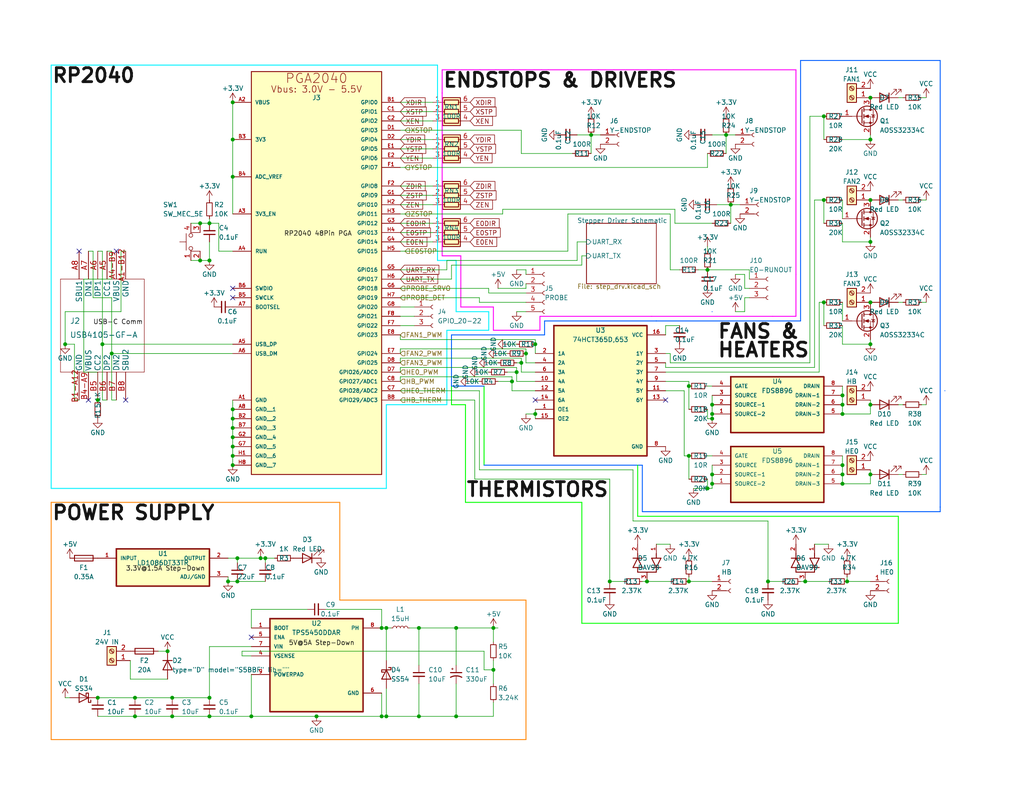
<source format=kicad_sch>
(kicad_sch (version 20211123) (generator eeschema)
  (paper "USLetter")
  (title_block (title "RP2040 Board") (rev "V0.1"))
  (junction (at 229.87 113.03))
  (junction (at 63.5 127))
  (junction (at 140.97 101.6))
  (junction (at 30.48 96.52))
  (junction (at 198.12 36.83))
  (junction (at 124.46 195.58))
  (junction (at 17.78 93.98))
  (junction (at 114.3 171.45))
  (junction (at 54.61 60.96))
  (junction (at 199.39 55.88))
  (junction (at 237.49 54.61))
  (junction (at 187.96 105.41))
  (junction (at 237.49 38.1))
  (junction (at 27.94 93.98))
  (junction (at 64.77 152.4))
  (junction (at 63.5 48.26))
  (junction (at 194.31 110.49))
  (junction (at 209.55 158.75))
  (junction (at 187.96 158.75))
  (junction (at 193.04 73.66))
  (junction (at 72.39 152.4))
  (junction (at 193.04 133.35))
  (junction (at 237.49 129.54))
  (junction (at 36.83 195.58))
  (junction (at 57.15 195.58))
  (junction (at 45.72 177.8))
  (junction (at 229.87 110.49))
  (junction (at 26.67 190.5))
  (junction (at 237.49 66.04))
  (junction (at 57.15 71.12))
  (junction (at 146.05 113.03))
  (junction (at 46.99 195.58))
  (junction (at 229.87 132.08))
  (junction (at 219.71 158.75))
  (junction (at 57.15 190.5))
  (junction (at 124.46 171.45))
  (junction (at 194.31 132.08))
  (junction (at 63.5 124.46))
  (junction (at 63.5 38.1))
  (junction (at 231.14 158.75))
  (junction (at 26.67 109.22))
  (junction (at 63.5 27.94))
  (junction (at 62.23 158.75))
  (junction (at 224.79 82.55))
  (junction (at 105.41 171.45))
  (junction (at 237.49 82.55))
  (junction (at 194.31 113.03))
  (junction (at 229.87 127))
  (junction (at 194.31 114.3))
  (junction (at 166.37 158.75))
  (junction (at 36.83 190.5))
  (junction (at 237.49 110.49))
  (junction (at 46.99 190.5))
  (junction (at 142.24 99.06))
  (junction (at 104.14 195.58))
  (junction (at 104.14 171.45))
  (junction (at 134.62 171.45))
  (junction (at 143.51 96.52))
  (junction (at 176.53 158.75))
  (junction (at 71.12 152.4))
  (junction (at 134.62 182.88))
  (junction (at 237.49 93.98))
  (junction (at 63.5 114.3))
  (junction (at 86.36 195.58))
  (junction (at 114.3 195.58))
  (junction (at 229.87 129.54))
  (junction (at 224.79 54.61))
  (junction (at 57.15 60.96))
  (junction (at 63.5 116.84))
  (junction (at 229.87 107.95))
  (junction (at 224.79 31.75))
  (junction (at 63.5 111.76))
  (junction (at 68.58 195.58))
  (junction (at 63.5 121.92))
  (junction (at 161.29 36.83))
  (junction (at 237.49 26.67))
  (junction (at 54.61 71.12))
  (junction (at 139.7 104.14))
  (junction (at 64.77 158.75))
  (junction (at 146.05 93.98))
  (junction (at 187.96 124.46))
  (junction (at 63.5 119.38))
  (junction (at 105.41 195.58))
  (junction (at 194.31 129.54))
  (no_connect (at 31.75 68.58))
  (no_connect (at 181.61 109.22))
  (no_connect (at 146.05 109.22))
  (no_connect (at 24.13 109.22))
  (no_connect (at 68.58 173.99))
  (no_connect (at 21.59 68.58))
  (no_connect (at 34.29 109.22))
  (no_connect (at 63.5 81.28))
  (no_connect (at 63.5 78.74))
  (wire (pts (xy 199.39 55.88) (xy 201.93 55.88)))
  (wire (pts (xy 36.83 190.5) (xy 26.67 190.5)))
  (polyline (pts (xy 120.65 25.4) (xy 120.65 19.05)) (stroke (width 0.25) (type solid) (color 255 0 248 1)))
  (wire (pts (xy 109.22 97.79) (xy 142.24 97.79)))
  (wire (pts (xy 133.35 80.01) (xy 133.35 78.74)))
  (wire (pts (xy 181.61 88.9) (xy 185.42 88.9)))
  (polyline (pts (xy 133.35 85.09) (xy 133.35 90.17)) (stroke (width 0.25) (type solid) (color 0 242 255 1)))
  (wire (pts (xy 109.22 83.82) (xy 113.03 83.82)))
  (wire (pts (xy 128.27 104.14) (xy 130.81 104.14)))
  (wire (pts (xy 175.26 158.75) (xy 176.53 158.75)))
  (wire (pts (xy 130.81 101.6) (xy 133.35 101.6)))
  (wire (pts (xy 203.2 74.93) (xy 200.66 74.93)))
  (wire (pts (xy 62.23 158.75) (xy 64.77 158.75)))
  (wire (pts (xy 158.75 69.85) (xy 160.02 69.85)))
  (wire (pts (xy 124.46 181.61) (xy 124.46 171.45)))
  (wire (pts (xy 204.47 73.66) (xy 204.47 76.2)))
  (wire (pts (xy 63.5 111.76) (xy 63.5 114.3)))
  (wire (pts (xy 59.69 60.96) (xy 57.15 60.96)))
  (wire (pts (xy 203.2 81.28) (xy 203.2 85.09)))
  (polyline (pts (xy 143.51 163.83) (xy 92.71 163.83)) (stroke (width 0.25) (type solid) (color 255 136 12 1)))
  (wire (pts (xy 35.56 180.34) (xy 35.56 185.42)))
  (wire (pts (xy 193.04 114.3) (xy 193.04 111.76)))
  (wire (pts (xy 154.94 58.42) (xy 182.88 58.42)))
  (wire (pts (xy 27.94 93.98) (xy 27.94 68.58)))
  (wire (pts (xy 62.23 152.4) (xy 64.77 152.4)))
  (wire (pts (xy 30.48 68.58) (xy 30.48 76.2)))
  (wire (pts (xy 229.87 66.04) (xy 237.49 66.04)))
  (wire (pts (xy 229.87 38.1) (xy 237.49 38.1)))
  (wire (pts (xy 229.87 93.98) (xy 229.87 88.9)))
  (wire (pts (xy 229.87 113.03) (xy 237.49 113.03)))
  (wire (pts (xy 142.24 101.6) (xy 142.24 99.06)))
  (wire (pts (xy 135.89 96.52) (xy 138.43 96.52)))
  (wire (pts (xy 105.41 171.45) (xy 106.68 171.45)))
  (wire (pts (xy 142.24 99.06) (xy 142.24 97.79)))
  (polyline (pts (xy 13.97 17.78) (xy 119.38 17.78)) (stroke (width 0.25) (type solid) (color 0 242 255 1)))
  (wire (pts (xy 109.22 88.9) (xy 113.03 88.9)))
  (wire (pts (xy 66.04 179.07) (xy 66.04 177.8)))
  (wire (pts (xy 229.87 127) (xy 229.87 129.54)))
  (wire (pts (xy 109.22 102.87) (xy 139.7 102.87)))
  (wire (pts (xy 220.98 99.06) (xy 220.98 31.75)))
  (wire (pts (xy 194.31 132.08) (xy 194.31 133.35)))
  (wire (pts (xy 187.96 105.41) (xy 187.96 111.76)))
  (wire (pts (xy 134.62 171.45) (xy 124.46 171.45)))
  (wire (pts (xy 63.5 27.94) (xy 63.5 38.1)))
  (wire (pts (xy 66.04 177.8) (xy 132.08 177.8)))
  (wire (pts (xy 229.87 124.46) (xy 229.87 127)))
  (wire (pts (xy 109.22 92.71) (xy 109.22 91.44)))
  (polyline (pts (xy 256.54 138.43) (xy 256.54 138.43)) (stroke (width 0.25) (type solid) (color 0 94 255 1)))
  (wire (pts (xy 193.04 105.41) (xy 194.31 105.41)))
  (wire (pts (xy 194.31 127) (xy 194.31 129.54)))
  (wire (pts (xy 88.9 166.37) (xy 104.14 166.37)))
  (polyline (pts (xy 132.08 105.41) (xy 123.19 105.41)) (stroke (width 0.25) (type solid) (color 0 94 255 1)))
  (wire (pts (xy 57.15 176.53) (xy 68.58 176.53)))
  (wire (pts (xy 109.22 58.42) (xy 137.16 58.42)))
  (wire (pts (xy 33.02 68.58) (xy 33.02 85.09)))
  (wire (pts (xy 181.61 104.14) (xy 187.96 104.14)))
  (wire (pts (xy 68.58 179.07) (xy 66.04 179.07)))
  (wire (pts (xy 193.04 68.58) (xy 193.04 67.31)))
  (wire (pts (xy 143.51 96.52) (xy 143.51 95.25)))
  (wire (pts (xy 30.48 96.52) (xy 30.48 81.28)))
  (polyline (pts (xy 175.26 139.7) (xy 175.26 127)) (stroke (width 0.25) (type solid) (color 0 94 255 1)))
  (polyline (pts (xy 217.17 19.05) (xy 217.17 74.93)) (stroke (width 0.25) (type solid) (color 255 0 248 1)))
  (wire (pts (xy 111.76 171.45) (xy 114.3 171.45)))
  (wire (pts (xy 209.55 142.24) (xy 209.55 158.75)))
  (polyline (pts (xy 105.41 110.49) (xy 105.41 133.35)) (stroke (width 0.25) (type solid) (color 0 242 255 1)))
  (polyline (pts (xy 218.44 16.51) (xy 256.54 16.51)) (stroke (width 0.25) (type solid) (color 0 94 255 1)))
  (wire (pts (xy 109.22 30.48) (xy 118.11 30.48)))
  (wire (pts (xy 157.48 71.12) (xy 121.92 71.12)))
  (wire (pts (xy 237.49 128.27) (xy 237.49 129.54)))
  (wire (pts (xy 105.41 195.58) (xy 104.14 195.58)))
  (wire (pts (xy 63.5 68.58) (xy 59.69 68.58)))
  (wire (pts (xy 20.32 93.98) (xy 17.78 93.98)))
  (wire (pts (xy 142.24 41.91) (xy 156.21 41.91)))
  (wire (pts (xy 135.89 104.14) (xy 139.7 104.14)))
  (wire (pts (xy 30.48 76.2) (xy 22.86 76.2)))
  (wire (pts (xy 146.05 101.6) (xy 142.24 101.6)))
  (wire (pts (xy 134.62 180.34) (xy 134.62 182.88)))
  (wire (pts (xy 52.07 60.96) (xy 54.61 60.96)))
  (wire (pts (xy 194.31 36.83) (xy 198.12 36.83)))
  (wire (pts (xy 109.22 60.96) (xy 118.11 60.96)))
  (wire (pts (xy 229.87 107.95) (xy 229.87 110.49)))
  (wire (pts (xy 57.15 59.69) (xy 57.15 60.96)))
  (wire (pts (xy 35.56 185.42) (xy 45.72 185.42)))
  (wire (pts (xy 25.4 68.58) (xy 24.13 68.58)))
  (polyline (pts (xy 125.73 69.85) (xy 120.65 69.85)) (stroke (width 0.25) (type solid) (color 255 0 248 1)))
  (wire (pts (xy 27.94 68.58) (xy 26.67 68.58)))
  (polyline (pts (xy 120.65 25.4) (xy 120.65 25.4)) (stroke (width 0.25) (type solid) (color 255 0 248 1)))
  (wire (pts (xy 54.61 71.12) (xy 57.15 71.12)))
  (wire (pts (xy 160.02 66.04) (xy 157.48 66.04)))
  (wire (pts (xy 109.22 27.94) (xy 118.11 27.94)))
  (wire (pts (xy 184.15 57.15) (xy 184.15 60.96)))
  (polyline (pts (xy 245.11 170.18) (xy 245.11 140.97)) (stroke (width 0.25) (type solid) (color 0 255 0 1)))
  (polyline (pts (xy 194.31 85.09) (xy 194.31 85.09)) (stroke (width 0.25) (type solid) (color 0 94 255 1)))
  (wire (pts (xy 237.49 36.83) (xy 237.49 38.1)))
  (wire (pts (xy 30.48 81.28) (xy 25.4 81.28)))
  (wire (pts (xy 166.37 130.81) (xy 129.54 130.81)))
  (wire (pts (xy 237.49 110.49) (xy 237.49 113.03)))
  (wire (pts (xy 46.99 195.58) (xy 57.15 195.58)))
  (wire (pts (xy 109.22 38.1) (xy 118.11 38.1)))
  (wire (pts (xy 198.12 36.83) (xy 198.12 41.91)))
  (wire (pts (xy 194.31 110.49) (xy 194.31 113.03)))
  (polyline (pts (xy 123.19 110.49) (xy 127 110.49)) (stroke (width 0.25) (type solid) (color 0 255 0 1)))
  (wire (pts (xy 124.46 195.58) (xy 134.62 195.58)))
  (wire (pts (xy 179.07 148.59) (xy 182.88 148.59)))
  (polyline (pts (xy 125.73 83.82) (xy 125.73 69.85)) (stroke (width 0.25) (type solid) (color 255 0 248 1)))
  (wire (pts (xy 109.22 50.8) (xy 118.11 50.8)))
  (wire (pts (xy 146.05 111.76) (xy 146.05 113.03)))
  (polyline (pts (xy 143.51 201.93) (xy 143.51 163.83)) (stroke (width 0.25) (type solid) (color 255 136 12 1)))
  (polyline (pts (xy 256.54 16.51) (xy 256.54 138.43)) (stroke (width 0.25) (type solid) (color 0 94 255 1)))
  (polyline (pts (xy 179.07 87.63) (xy 179.07 87.63)) (stroke (width 0.25) (type solid) (color 0 94 255 1)))
  (wire (pts (xy 109.22 109.22) (xy 129.54 109.22)))
  (polyline (pts (xy 134.62 90.17) (xy 134.62 83.82)) (stroke (width 0.25) (type solid) (color 255 0 248 1)))
  (wire (pts (xy 229.87 93.98) (xy 237.49 93.98)))
  (wire (pts (xy 187.96 157.48) (xy 187.96 158.75)))
  (wire (pts (xy 143.51 78.74) (xy 143.51 77.47)))
  (polyline (pts (xy 119.38 71.12) (xy 124.46 71.12)) (stroke (width 0.25) (type solid) (color 0 242 255 1)))
  (polyline (pts (xy 13.97 133.35) (xy 13.97 17.78)) (stroke (width 0.25) (type solid) (color 0 242 255 1)))
  (wire (pts (xy 109.22 66.04) (xy 118.11 66.04)))
  (wire (pts (xy 109.22 100.33) (xy 109.22 101.6)))
  (wire (pts (xy 134.62 182.88) (xy 134.62 186.69)))
  (polyline (pts (xy 13.97 201.93) (xy 143.51 201.93)) (stroke (width 0.25) (type solid) (color 255 136 12 1)))
  (wire (pts (xy 229.87 132.08) (xy 237.49 132.08)))
  (polyline (pts (xy 257.81 106.68) (xy 257.81 106.68)) (stroke (width 0.25) (type solid) (color 0 94 255 1)))
  (wire (pts (xy 109.22 76.2) (xy 123.19 76.2)))
  (wire (pts (xy 194.31 129.54) (xy 194.31 132.08)))
  (wire (pts (xy 138.43 93.98) (xy 140.97 93.98)))
  (wire (pts (xy 63.5 121.92) (xy 63.5 124.46)))
  (wire (pts (xy 140.97 85.09) (xy 143.51 85.09)))
  (polyline (pts (xy 92.71 137.16) (xy 13.97 137.16)) (stroke (width 0.25) (type solid) (color 255 136 12 1)))
  (wire (pts (xy 229.87 59.69) (xy 229.87 54.61)))
  (wire (pts (xy 222.25 54.61) (xy 224.79 54.61)))
  (wire (pts (xy 17.78 190.5) (xy 19.05 190.5)))
  (wire (pts (xy 161.29 36.83) (xy 161.29 41.91)))
  (wire (pts (xy 143.51 80.01) (xy 133.35 80.01)))
  (wire (pts (xy 143.51 74.93) (xy 143.51 73.66)))
  (wire (pts (xy 190.5 73.66) (xy 193.04 73.66)))
  (wire (pts (xy 63.5 116.84) (xy 63.5 119.38)))
  (wire (pts (xy 134.62 171.45) (xy 135.89 171.45)))
  (wire (pts (xy 222.25 100.33) (xy 222.25 54.61)))
  (wire (pts (xy 134.62 191.77) (xy 134.62 195.58)))
  (wire (pts (xy 138.43 101.6) (xy 140.97 101.6)))
  (wire (pts (xy 130.81 106.68) (xy 130.81 128.27)))
  (polyline (pts (xy 124.46 71.12) (xy 124.46 85.09)) (stroke (width 0.25) (type solid) (color 0 242 255 1)))
  (wire (pts (xy 194.31 107.95) (xy 194.31 110.49)))
  (wire (pts (xy 133.35 99.06) (xy 135.89 99.06)))
  (polyline (pts (xy 148.59 87.63) (xy 179.07 87.63)) (stroke (width 0.25) (type solid) (color 0 94 255 1)))
  (wire (pts (xy 22.86 76.2) (xy 22.86 101.6)))
  (wire (pts (xy 181.61 106.68) (xy 186.69 106.68)))
  (wire (pts (xy 134.62 175.26) (xy 134.62 171.45)))
  (wire (pts (xy 229.87 66.04) (xy 229.87 60.96)))
  (polyline (pts (xy 121.92 110.49) (xy 105.41 110.49)) (stroke (width 0.25) (type solid) (color 0 242 255 1)))
  (wire (pts (xy 209.55 158.75) (xy 213.36 158.75)))
  (wire (pts (xy 187.96 104.14) (xy 187.96 105.41)))
  (wire (pts (xy 182.88 96.52) (xy 181.61 96.52)))
  (wire (pts (xy 68.58 171.45) (xy 68.58 166.37)))
  (wire (pts (xy 237.49 92.71) (xy 237.49 93.98)))
  (wire (pts (xy 105.41 180.34) (xy 105.41 171.45)))
  (wire (pts (xy 140.97 101.6) (xy 140.97 100.33)))
  (polyline (pts (xy 158.75 170.18) (xy 245.11 170.18)) (stroke (width 0.25) (type solid) (color 0 255 0 1)))
  (wire (pts (xy 64.77 152.4) (xy 64.77 153.67)))
  (polyline (pts (xy 127 137.16) (xy 158.75 137.16)) (stroke (width 0.25) (type solid) (color 0 255 0 1)))
  (wire (pts (xy 105.41 187.96) (xy 105.41 195.58)))
  (wire (pts (xy 194.31 133.35) (xy 193.04 133.35)))
  (wire (pts (xy 63.5 48.26) (xy 63.5 58.42)))
  (wire (pts (xy 54.61 60.96) (xy 57.15 60.96)))
  (polyline (pts (xy 120.65 19.05) (xy 217.17 19.05)) (stroke (width 0.25) (type solid) (color 255 0 248 1)))
  (polyline (pts (xy 158.75 137.16) (xy 158.75 170.18)) (stroke (width 0.25) (type solid) (color 0 255 0 1)))
  (wire (pts (xy 133.35 78.74) (xy 109.22 78.74)))
  (wire (pts (xy 64.77 152.4) (xy 71.12 152.4)))
  (wire (pts (xy 237.49 64.77) (xy 237.49 66.04)))
  (polyline (pts (xy 92.71 163.83) (xy 92.71 137.16)) (stroke (width 0.25) (type solid) (color 255 136 12 1)))
  (polyline (pts (xy 120.65 69.85) (xy 120.65 25.4)) (stroke (width 0.25) (type solid) (color 255 0 248 1)))
  (wire (pts (xy 252.73 82.55) (xy 251.46 82.55)))
  (wire (pts (xy 109.22 73.66) (xy 121.92 73.66)))
  (polyline (pts (xy 245.11 140.97) (xy 173.99 140.97)) (stroke (width 0.25) (type solid) (color 0 255 0 1)))
  (wire (pts (xy 158.75 72.39) (xy 158.75 69.85)))
  (wire (pts (xy 123.19 76.2) (xy 123.19 72.39)))
  (wire (pts (xy 52.07 71.12) (xy 54.61 71.12)))
  (wire (pts (xy 104.14 166.37) (xy 104.14 171.45)))
  (wire (pts (xy 68.58 166.37) (xy 83.82 166.37)))
  (wire (pts (xy 229.87 105.41) (xy 229.87 107.95)))
  (wire (pts (xy 223.52 101.6) (xy 223.52 82.55)))
  (polyline (pts (xy 121.92 90.17) (xy 121.92 110.49)) (stroke (width 0.25) (type solid) (color 0 242 255 1)))
  (wire (pts (xy 109.22 92.71) (xy 146.05 92.71)))
  (wire (pts (xy 237.49 109.22) (xy 237.49 110.49)))
  (wire (pts (xy 140.97 73.66) (xy 143.51 73.66)))
  (wire (pts (xy 46.99 190.5) (xy 36.83 190.5)))
  (wire (pts (xy 105.41 195.58) (xy 114.3 195.58)))
  (wire (pts (xy 231.14 158.75) (xy 237.49 158.75)))
  (wire (pts (xy 104.14 171.45) (xy 105.41 171.45)))
  (wire (pts (xy 130.81 128.27) (xy 172.72 128.27)))
  (wire (pts (xy 121.92 73.66) (xy 121.92 71.12)))
  (wire (pts (xy 193.04 114.3) (xy 194.31 114.3)))
  (wire (pts (xy 246.38 54.61) (xy 245.11 54.61)))
  (wire (pts (xy 59.69 68.58) (xy 59.69 60.96)))
  (wire (pts (xy 157.48 36.83) (xy 161.29 36.83)))
  (wire (pts (xy 135.89 78.74) (xy 143.51 78.74)))
  (wire (pts (xy 224.79 82.55) (xy 224.79 88.9)))
  (wire (pts (xy 109.22 95.25) (xy 109.22 96.52)))
  (wire (pts (xy 109.22 68.58) (xy 154.94 68.58)))
  (wire (pts (xy 36.83 195.58) (xy 46.99 195.58)))
  (wire (pts (xy 72.39 152.4) (xy 71.12 152.4)))
  (wire (pts (xy 86.36 195.58) (xy 104.14 195.58)))
  (polyline (pts (xy 148.59 91.44) (xy 148.59 87.63)) (stroke (width 0.25) (type solid) (color 0 94 255 1)))
  (wire (pts (xy 246.38 82.55) (xy 245.11 82.55)))
  (wire (pts (xy 193.04 124.46) (xy 194.31 124.46)))
  (wire (pts (xy 146.05 93.98) (xy 146.05 96.52)))
  (wire (pts (xy 109.22 53.34) (xy 118.11 53.34)))
  (wire (pts (xy 72.39 153.67) (xy 72.39 152.4)))
  (polyline (pts (xy 173.99 140.97) (xy 173.99 127)) (stroke (width 0.25) (type solid) (color 0 255 0 1)))
  (wire (pts (xy 181.61 100.33) (xy 222.25 100.33)))
  (wire (pts (xy 143.51 113.03) (xy 146.05 113.03)))
  (polyline (pts (xy 256.54 138.43) (xy 256.54 139.7)) (stroke (width 0.25) (type solid) (color 0 94 255 1)))
  (wire (pts (xy 166.37 158.75) (xy 170.18 158.75)))
  (wire (pts (xy 140.97 101.6) (xy 140.97 104.14)))
  (wire (pts (xy 246.38 129.54) (xy 245.11 129.54)))
  (polyline (pts (xy 123.19 105.41) (xy 123.19 110.49)) (stroke (width 0.25) (type solid) (color 0 255 0 1)))
  (polyline (pts (xy 132.08 127) (xy 132.08 105.41)) (stroke (width 0.25) (type solid) (color 0 255 0 1)))
  (wire (pts (xy 30.48 109.22) (xy 30.48 96.52)))
  (wire (pts (xy 246.38 26.67) (xy 245.11 26.67)))
  (wire (pts (xy 26.67 101.6) (xy 26.67 109.22)))
  (wire (pts (xy 237.49 129.54) (xy 237.49 132.08)))
  (wire (pts (xy 146.05 106.68) (xy 139.7 106.68)))
  (wire (pts (xy 30.48 96.52) (xy 63.5 96.52)))
  (wire (pts (xy 29.21 68.58) (xy 30.48 68.58)))
  (wire (pts (xy 109.22 81.28) (xy 130.81 81.28)))
  (wire (pts (xy 63.5 124.46) (xy 63.5 127)))
  (wire (pts (xy 186.69 106.68) (xy 186.69 124.46)))
  (polyline (pts (xy 13.97 133.35) (xy 105.41 133.35)) (stroke (width 0.25) (type solid) (color 0 242 255 1)))
  (wire (pts (xy 114.3 181.61) (xy 114.3 171.45)))
  (wire (pts (xy 68.58 195.58) (xy 86.36 195.58)))
  (wire (pts (xy 63.5 109.22) (xy 63.5 111.76)))
  (polyline (pts (xy 124.46 85.09) (xy 133.35 85.09)) (stroke (width 0.25) (type solid) (color 0 242 255 1)))
  (wire (pts (xy 109.22 43.18) (xy 118.11 43.18)))
  (wire (pts (xy 194.31 113.03) (xy 194.31 114.3)))
  (polyline (pts (xy 123.19 91.44) (xy 123.19 105.41)) (stroke (width 0.25) (type solid) (color 0 94 255 1)))
  (wire (pts (xy 43.18 177.8) (xy 45.72 177.8)))
  (wire (pts (xy 104.14 195.58) (xy 104.14 189.23)))
  (polyline (pts (xy 179.07 87.63) (xy 218.44 87.63)) (stroke (width 0.25) (type solid) (color 0 94 255 1)))
  (wire (pts (xy 114.3 186.69) (xy 114.3 195.58)))
  (wire (pts (xy 219.71 158.75) (xy 226.06 158.75)))
  (wire (pts (xy 218.44 158.75) (xy 219.71 158.75)))
  (wire (pts (xy 139.7 102.87) (xy 139.7 104.14)))
  (wire (pts (xy 229.87 129.54) (xy 229.87 132.08)))
  (wire (pts (xy 246.38 110.49) (xy 245.11 110.49)))
  (wire (pts (xy 224.79 54.61) (xy 224.79 60.96)))
  (polyline (pts (xy 127 110.49) (xy 127 137.16)) (stroke (width 0.25) (type solid) (color 0 255 0 1)))
  (wire (pts (xy 193.04 45.72) (xy 193.04 41.91)))
  (polyline (pts (xy 13.97 137.16) (xy 13.97 201.93)) (stroke (width 0.25) (type solid) (color 255 136 12 1)))
  (wire (pts (xy 252.73 129.54) (xy 251.46 129.54)))
  (wire (pts (xy 124.46 195.58) (xy 114.3 195.58)))
  (wire (pts (xy 20.32 109.22) (xy 20.32 93.98)))
  (wire (pts (xy 187.96 124.46) (xy 187.96 130.81)))
  (wire (pts (xy 109.22 97.79) (xy 109.22 99.06)))
  (wire (pts (xy 21.59 109.22) (xy 20.32 109.22)))
  (wire (pts (xy 26.67 195.58) (xy 36.83 195.58)))
  (wire (pts (xy 17.78 85.09) (xy 17.78 93.98)))
  (polyline (pts (xy 133.35 90.17) (xy 121.92 90.17)) (stroke (width 0.25) (type solid) (color 0 242 255 1)))
  (polyline (pts (xy 217.17 86.36) (xy 217.17 74.93)) (stroke (width 0.25) (type solid) (color 255 0 248 1)))
  (wire (pts (xy 109.22 40.64) (xy 118.11 40.64)))
  (wire (pts (xy 68.58 184.15) (xy 68.58 195.58)))
  (polyline (pts (xy 123.19 91.44) (xy 148.59 91.44)) (stroke (width 0.25) (type solid) (color 0 94 255 1)))
  (wire (pts (xy 129.54 130.81) (xy 129.54 109.22)))
  (wire (pts (xy 157.48 66.04) (xy 157.48 71.12)))
  (wire (pts (xy 194.31 60.96) (xy 184.15 60.96)))
  (wire (pts (xy 109.22 95.25) (xy 143.51 95.25)))
  (wire (pts (xy 142.24 35.56) (xy 142.24 41.91)))
  (wire (pts (xy 123.19 72.39) (xy 158.75 72.39)))
  (wire (pts (xy 109.22 86.36) (xy 113.03 86.36)))
  (wire (pts (xy 124.46 186.69) (xy 124.46 195.58)))
  (wire (pts (xy 132.08 177.8) (xy 132.08 182.88)))
  (wire (pts (xy 182.88 99.06) (xy 220.98 99.06)))
  (polyline (pts (xy 177.8 86.36) (xy 177.8 86.36)) (stroke (width 0.25) (type solid) (color 255 0 248 1)))
  (wire (pts (xy 182.88 99.06) (xy 182.88 96.52)))
  (wire (pts (xy 252.73 54.61) (xy 251.46 54.61)))
  (polyline (pts (xy 210.82 86.36) (xy 177.8 86.36)) (stroke (width 0.25) (type solid) (color 255 0 248 1)))
  (wire (pts (xy 109.22 45.72) (xy 193.04 45.72)))
  (wire (pts (xy 27.94 109.22) (xy 27.94 93.98)))
  (wire (pts (xy 166.37 158.75) (xy 166.37 130.81)))
  (wire (pts (xy 33.02 85.09) (xy 17.78 85.09)))
  (wire (pts (xy 198.12 36.83) (xy 200.66 36.83)))
  (polyline (pts (xy 134.62 90.17) (xy 147.32 90.17)) (stroke (width 0.25) (type solid) (color 255 0 248 1)))
  (wire (pts (xy 57.15 195.58) (xy 68.58 195.58)))
  (wire (pts (xy 146.05 104.14) (xy 140.97 104.14)))
  (wire (pts (xy 252.73 26.67) (xy 251.46 26.67)))
  (polyline (pts (xy 218.44 87.63) (xy 218.44 16.51)) (stroke (width 0.25) (type solid) (color 0 94 255 1)))
  (wire (pts (xy 182.88 58.42) (xy 182.88 73.66)))
  (wire (pts (xy 193.04 133.35) (xy 193.04 130.81)))
  (polyline (pts (xy 210.82 86.36) (xy 217.17 86.36)) (stroke (width 0.25) (type solid) (color 255 0 248 1)))
  (wire (pts (xy 146.05 99.06) (xy 143.51 99.06)))
  (wire (pts (xy 109.22 100.33) (xy 140.97 100.33)))
  (wire (pts (xy 154.94 68.58) (xy 154.94 58.42)))
  (polyline (pts (xy 175.26 127) (xy 132.08 127)) (stroke (width 0.25) (type solid) (color 0 94 255 1)))
  (wire (pts (xy 63.5 119.38) (xy 63.5 121.92)))
  (wire (pts (xy 25.4 81.28) (xy 25.4 68.58)))
  (polyline (pts (xy 147.32 86.36) (xy 147.32 90.17)) (stroke (width 0.25) (type solid) (color 255 0 248 1)))
  (wire (pts (xy 137.16 58.42) (xy 137.16 57.15)))
  (wire (pts (xy 231.14 157.48) (xy 231.14 158.75)))
  (wire (pts (xy 187.96 158.75) (xy 194.31 158.75)))
  (wire (pts (xy 172.72 142.24) (xy 209.55 142.24)))
  (wire (pts (xy 143.51 96.52) (xy 143.51 99.06)))
  (wire (pts (xy 189.23 133.35) (xy 193.04 133.35)))
  (wire (pts (xy 132.08 182.88) (xy 134.62 182.88)))
  (wire (pts (xy 27.94 93.98) (xy 63.5 93.98)))
  (wire (pts (xy 203.2 78.74) (xy 203.2 74.93)))
  (wire (pts (xy 130.81 82.55) (xy 143.51 82.55)))
  (wire (pts (xy 193.04 73.66) (xy 204.47 73.66)))
  (wire (pts (xy 57.15 190.5) (xy 46.99 190.5)))
  (wire (pts (xy 29.21 109.22) (xy 27.94 109.22)))
  (wire (pts (xy 204.47 81.28) (xy 203.2 81.28)))
  (wire (pts (xy 109.22 63.5) (xy 118.11 63.5)))
  (wire (pts (xy 140.97 99.06) (xy 142.24 99.06)))
  (wire (pts (xy 63.5 38.1) (xy 63.5 48.26)))
  (wire (pts (xy 181.61 100.33) (xy 181.61 99.06)))
  (wire (pts (xy 184.15 57.15) (xy 137.16 57.15)))
  (wire (pts (xy 130.81 81.28) (xy 130.81 82.55)))
  (wire (pts (xy 182.88 73.66) (xy 185.42 73.66)))
  (wire (pts (xy 220.98 31.75) (xy 224.79 31.75)))
  (wire (pts (xy 181.61 91.44) (xy 181.61 88.9)))
  (wire (pts (xy 224.79 31.75) (xy 224.79 38.1)))
  (wire (pts (xy 176.53 158.75) (xy 182.88 158.75)))
  (wire (pts (xy 229.87 87.63) (xy 229.87 82.55)))
  (wire (pts (xy 200.66 85.09) (xy 203.2 85.09)))
  (polyline (pts (xy 256.54 139.7) (xy 175.26 139.7)) (stroke (width 0.25) (type solid) (color 0 94 255 1)))
  (wire (pts (xy 109.22 102.87) (xy 109.22 104.14)))
  (wire (pts (xy 146.05 93.98) (xy 146.05 92.71)))
  (wire (pts (xy 109.22 55.88) (xy 118.11 55.88)))
  (wire (pts (xy 62.23 158.75) (xy 62.23 157.48)))
  (wire (pts (xy 146.05 113.03) (xy 146.05 114.3)))
  (wire (pts (xy 252.73 110.49) (xy 251.46 110.49)))
  (wire (pts (xy 22.86 101.6) (xy 26.67 101.6)))
  (wire (pts (xy 181.61 101.6) (xy 223.52 101.6)))
  (polyline (pts (xy 119.38 17.78) (xy 119.38 71.12)) (stroke (width 0.25) (type solid) (color 0 242 255 1)))
  (wire (pts (xy 34.29 68.58) (xy 33.02 68.58)))
  (wire (pts (xy 57.15 71.12) (xy 57.15 66.04)))
  (wire (pts (xy 72.39 152.4) (xy 74.93 152.4)))
  (wire (pts (xy 186.69 124.46) (xy 187.96 124.46)))
  (wire (pts (xy 139.7 104.14) (xy 139.7 106.68)))
  (wire (pts (xy 172.72 128.27) (xy 172.72 142.24)))
  (wire (pts (xy 229.87 110.49) (xy 229.87 113.03)))
  (polyline (pts (xy 177.8 86.36) (xy 147.32 86.36)) (stroke (width 0.25) (type solid) (color 255 0 248 1)))
  (wire (pts (xy 114.3 171.45) (xy 124.46 171.45)))
  (wire (pts (xy 64.77 158.75) (xy 72.39 158.75)))
  (wire (pts (xy 109.22 106.68) (xy 130.81 106.68)))
  (wire (pts (xy 199.39 55.88) (xy 199.39 60.96)))
  (wire (pts (xy 109.22 35.56) (xy 142.24 35.56)))
  (wire (pts (xy 109.22 33.02) (xy 118.11 33.02)))
  (wire (pts (xy 195.58 55.88) (xy 199.39 55.88)))
  (wire (pts (xy 204.47 78.74) (xy 203.2 78.74)))
  (wire (pts (xy 223.52 82.55) (xy 224.79 82.55)))
  (wire (pts (xy 57.15 190.5) (xy 57.15 176.53)))
  (wire (pts (xy 31.75 109.22) (xy 30.48 109.22)))
  (wire (pts (xy 63.5 114.3) (xy 63.5 116.84)))
  (polyline (pts (xy 134.62 83.82) (xy 125.73 83.82)) (stroke (width 0.25) (type solid) (color 255 0 248 1)))
  (wire (pts (xy 222.25 148.59) (xy 226.06 148.59)))
  (wire (pts (xy 161.29 36.83) (xy 163.83 36.83)))
  (label "USB-C Comm" (at 25.4 88.9 0))
  (label "POWER SUPPLY" (at 13.97 143.51 0) (effects (font (size 3.81 3.81) (thickness 0.762) bold)))
  (label "HEATERS" (at 195.58 99.06 0) (effects (font (size 3.81 3.81) (thickness 0.762) bold)))
  (label "5V@5A Step-Down" (at 78.74 176.53 0))
  (label "3.3V@1.5A Step-Down" (at 34.29 156.21 0))
  (label "RP2040" (at 13.97 24.13 0) (effects (font (size 3.81 3.81) (thickness 0.762) bold)))
  (label "ENDSTOPS & DRIVERS" (at 120.65 25.4 0) (effects (font (size 3.81 3.81) (thickness 0.762) bold)))
  (label "FANS &" (at 195.58 93.98 0) (effects (font (size 3.81 3.81) (thickness 0.762) bold)))
  (label "THERMISTORS" (at 127 137.16 0) (effects (font (size 3.81 3.81) (thickness 0.762) bold)))
  (label "RP2040 48Pin PGA" (at 77.47 64.77 0))
  (global_label "E0DIR" (shape input) (at 109.22 60.96 0) (property "Intersheet References" "${INTERSHEET_REFS}" (effects hide)))
  (global_label "XDIR" (shape input) (at 109.22 27.94 0) (property "Intersheet References" "${INTERSHEET_REFS}" (effects hide)))
  (global_label "YSTP" (shape input) (at 128.27 40.64 0) (property "Intersheet References" "${INTERSHEET_REFS}" (effects hide)))
  (global_label "YSTP" (shape input) (at 109.22 40.64 0) (property "Intersheet References" "${INTERSHEET_REFS}" (effects hide)))
  (global_label "XDIR" (shape input) (at 128.27 27.94 0) (property "Intersheet References" "${INTERSHEET_REFS}" (effects hide)))
  (global_label "YEN" (shape input) (at 128.27 43.18 0) (property "Intersheet References" "${INTERSHEET_REFS}" (effects hide)))
  (global_label "XEN" (shape input) (at 109.22 33.02 0) (property "Intersheet References" "${INTERSHEET_REFS}" (effects hide)))
  (global_label "ZSTP" (shape input) (at 109.22 53.34 0) (property "Intersheet References" "${INTERSHEET_REFS}" (effects hide)))
  (global_label "YEN" (shape input) (at 109.22 43.18 0) (property "Intersheet References" "${INTERSHEET_REFS}" (effects hide)))
  (global_label "E0STP" (shape input) (at 109.22 63.5 0) (property "Intersheet References" "${INTERSHEET_REFS}" (effects hide)))
  (global_label "XSTP" (shape input) (at 128.27 30.48 0) (property "Intersheet References" "${INTERSHEET_REFS}" (effects hide)))
  (global_label "E0EN" (shape input) (at 109.22 66.04 0) (property "Intersheet References" "${INTERSHEET_REFS}" (effects hide)))
  (global_label "YDIR" (shape input) (at 128.27 38.1 0) (property "Intersheet References" "${INTERSHEET_REFS}" (effects hide)))
  (global_label "ZEN" (shape input) (at 128.27 55.88 0) (property "Intersheet References" "${INTERSHEET_REFS}" (effects hide)))
  (global_label "UART_TX" (shape input) (at 109.22 76.2 0) (property "Intersheet References" "${INTERSHEET_REFS}" (effects hide)))
  (global_label "YDIR" (shape input) (at 109.22 38.1 0) (property "Intersheet References" "${INTERSHEET_REFS}" (effects hide)))
  (global_label "E0DIR" (shape input) (at 128.27 60.96 0) (property "Intersheet References" "${INTERSHEET_REFS}" (effects hide)))
  (global_label "ZDIR" (shape input) (at 128.27 50.8 0) (property "Intersheet References" "${INTERSHEET_REFS}" (effects hide)))
  (global_label "E0EN" (shape input) (at 128.27 66.04 0) (property "Intersheet References" "${INTERSHEET_REFS}" (effects hide)))
  (global_label "XSTP" (shape input) (at 109.22 30.48 0) (property "Intersheet References" "${INTERSHEET_REFS}" (effects hide)))
  (global_label "UART_RX" (shape input) (at 109.22 73.66 0) (property "Intersheet References" "${INTERSHEET_REFS}" (effects hide)))
  (global_label "ZDIR" (shape input) (at 109.22 50.8 0) (property "Intersheet References" "${INTERSHEET_REFS}" (effects hide)))
  (global_label "ZEN" (shape input) (at 109.22 55.88 0) (property "Intersheet References" "${INTERSHEET_REFS}" (effects hide)))
  (global_label "XEN" (shape input) (at 128.27 33.02 0) (property "Intersheet References" "${INTERSHEET_REFS}" (effects hide)))
  (global_label "E0STP" (shape input) (at 128.27 63.5 0) (property "Intersheet References" "${INTERSHEET_REFS}" (effects hide)))
  (global_label "ZSTP" (shape input) (at 128.27 53.34 0) (property "Intersheet References" "${INTERSHEET_REFS}" (effects hide)))
  (hierarchical_label "HB_THERM" (shape input) (at 109.22 109.22 0))
  (hierarchical_label "HB_PWM" (shape input) (at 109.22 104.14 0))
  (hierarchical_label "PROBE_DET" (shape input) (at 109.22 81.28 0))
  (hierarchical_label "FAN2_PWM" (shape input) (at 109.22 96.52 0))
  (hierarchical_label "YSTOP" (shape input) (at 110.49 45.72 0))
  (hierarchical_label "FAN3_PWM" (shape input) (at 109.22 99.06 0))
  (hierarchical_label "ZSTOP" (shape input) (at 110.49 58.42 0))
  (hierarchical_label "XSTOP" (shape input) (at 110.49 35.56 0))
  (hierarchical_label "PROBE_SRVO" (shape input) (at 109.22 78.74 0))
  (hierarchical_label "HE0_THERM" (shape input) (at 109.22 106.68 0))
  (hierarchical_label "E0STOP" (shape input) (at 110.49 68.58 0))
  (hierarchical_label "HE0_PWM" (shape input) (at 109.22 101.6 0))
  (hierarchical_label "FAN1_PWM" (shape input) (at 109.22 91.44 0))
  (symbol (lib_id "Device:R_Small") (at 187.96 154.94 180) (unit 1)
    (property "Reference" "R16" (at 190.5 154.94 0) (effects (justify left)))
    (property "Value" "4.7K" (at 190.5 152.4 0) (effects (justify left)))
    (property "Footprint" "Resistor_SMD:R_1206_3216Metric_Pad1.30x1.75mm_HandSolder" (effects hide))
    (property "Datasheet" "https://industrial.panasonic.com/cdbs/www-data/pdf/RDO0000/AOA0000C331.pdf" (effects hide))
    (property "MANUFACTURER" "Panasonic" (effects hide))
  )
  (symbol (lib_id "Device:R_Small") (at 215.9 158.75 90) (unit 1)
    (property "Reference" "R26" (at 217.17 158.75 90) (effects (justify left)))
    (property "Value" "2.37K" (at 218.44 161.29 90) (effects (justify left)))
    (property "Footprint" "Resistor_SMD:R_1206_3216Metric_Pad1.30x1.75mm_HandSolder" (effects hide))
    (property "Datasheet" "https://industrial.panasonic.com/cdbs/www-data/pdf/RDA0000/AOA0000C304.pdf" (effects hide))
    (property "MANUFACTURER" "Panasonic" (effects hide))
  )
  (symbol (lib_id "power:GND") (at 26.67 114.3 0) (unit 1)
    (property "Reference" "#PWR04" (effects hide))
    (property "Value" "GND" (at 26.67 118.11 0))
  )
  (symbol (lib_id "Device:R_Small") (at 248.92 26.67 270) (unit 1)
    (property "Reference" "R35" (at 247.65 26.67 90) (effects (justify left)))
    (property "Value" "10K" (at 247.65 29.21 90) (effects (justify left)))
    (property "Footprint" "Resistor_SMD:R_1206_3216Metric_Pad1.30x1.75mm_HandSolder" (effects hide))
    (property "Datasheet" "https://industrial.panasonic.com/cdbs/www-data/pdf/RDO0000/AOA0000C331.pdf" (effects hide))
    (property "MANUFACTURER" "Panasonic" (effects hide))
  )
  (symbol (lib_id "power:GND") (at 143.51 113.03 0) (unit 1)
    (property "Reference" "#PWR024" (effects hide))
    (property "Value" "GND" (at 143.51 116.84 0))
  )
  (symbol (lib_id "Device:R_Small") (at 158.75 41.91 270) (unit 1)
    (property "Reference" "R11" (at 158.75 41.91 90))
    (property "Value" "100R" (at 158.75 39.37 90))
    (property "Footprint" "Resistor_SMD:R_1206_3216Metric_Pad1.30x1.75mm_HandSolder" (effects hide))
    (property "Datasheet" "https://industrial.panasonic.com/cdbs/www-data/pdf/RDO0000/AOA0000C331.pdf" (effects hide))
    (property "MANUFACTURER" "Panasonic" (effects hide))
  )
  (symbol (lib_id "Device:R_Small") (at 196.85 60.96 270) (unit 1)
    (property "Reference" "R23" (at 196.85 60.96 90))
    (property "Value" "100R" (at 196.85 58.42 90))
    (property "Footprint" "Resistor_SMD:R_1206_3216Metric_Pad1.30x1.75mm_HandSolder" (effects hide))
    (property "Datasheet" "https://industrial.panasonic.com/cdbs/www-data/pdf/RDO0000/AOA0000C331.pdf" (effects hide))
    (property "MANUFACTURER" "Panasonic" (effects hide))
  )
  (symbol (lib_id "Device:R_Small") (at 195.58 41.91 270) (unit 1)
    (property "Reference" "R22" (at 195.58 41.91 90))
    (property "Value" "100R" (at 195.58 39.37 90))
    (property "Footprint" "Resistor_SMD:R_1206_3216Metric_Pad1.30x1.75mm_HandSolder" (effects hide))
    (property "Datasheet" "https://industrial.panasonic.com/cdbs/www-data/pdf/RDO0000/AOA0000C331.pdf" (effects hide))
    (property "MANUFACTURER" "Panasonic" (effects hide))
  )
  (symbol (lib_id "Device:R_Pack03") (at 123.19 53.34 270) (unit 1)
    (property "Reference" "RN3" (at 123.19 52.07 90))
    (property "Value" "100R" (at 123.19 54.61 90))
    (property "Footprint" "Resistor_SMD:R_Array_Convex_4x1206" (effects hide))
    (property "Datasheet" "https://www.bourns.com/docs/Product-Datasheets/4600x.pdf" (effects hide))
    (property "MANUFACTURER" "Bourns" (effects hide))
  )
  (symbol (lib_id "Device:R_Small") (at 248.92 54.61 270) (unit 1)
    (property "Reference" "R36" (at 247.65 54.61 90) (effects (justify left)))
    (property "Value" "10K" (at 247.65 57.15 90) (effects (justify left)))
    (property "Footprint" "Resistor_SMD:R_1206_3216Metric_Pad1.30x1.75mm_HandSolder" (effects hide))
    (property "Datasheet" "https://industrial.panasonic.com/cdbs/www-data/pdf/RDO0000/AOA0000C331.pdf" (effects hide))
    (property "MANUFACTURER" "Panasonic" (effects hide))
  )
  (symbol (lib_id "Connector:Screw_Terminal_01x02") (at 232.41 109.22 180) (unit 1)
    (property "Reference" "J14" (at 232.41 101.6 0))
    (property "Value" "HB" (at 232.41 104.14 0))
    (property "Footprint" "1825966-1:SW_1825966-1" (effects hide))
    (property "Datasheet" "https://media.digikey.com/pdf/Data%20Sheets/Phoenix%20Contact%20PDFs/1017503_Ds.pdf" (effects hide))
    (property "MANUFACTURER" "Phoneix Contact" (effects hide))
  )
  (symbol (lib_id "power:+5V") (at 134.62 171.45 0) (unit 1)
    (property "Reference" "#PWR018" (effects hide))
    (property "Value" "+5V" (at 134.62 167.64 0))
  )
  (symbol (lib_id "Device:R_Small") (at 140.97 96.52 90) (unit 1)
    (property "Reference" "R9" (at 142.24 96.52 90) (effects (justify left)))
    (property "Value" "10K" (at 138.43 96.52 90) (effects (justify left)))
    (property "Footprint" "Resistor_SMD:R_1206_3216Metric_Pad1.30x1.75mm_HandSolder" (effects hide))
    (property "Datasheet" "https://industrial.panasonic.com/cdbs/www-data/pdf/RDO0000/AOA0000C331.pdf" (effects hide))
    (property "MANUFACTURER" "Panasonic" (effects hide))
  )
  (symbol (lib_id "power:GND") (at 226.06 148.59 0) (unit 1)
    (property "Reference" "#PWR049" (effects hide))
    (property "Value" "GND" (at 226.06 152.4 0))
  )
  (symbol (lib_id "Device:R_Small") (at 190.5 124.46 270) (unit 1)
    (property "Reference" "R19" (at 189.23 124.46 90) (effects (justify left)))
    (property "Value" "10R" (at 189.23 127 90) (effects (justify left)))
    (property "Footprint" "Resistor_SMD:R_1206_3216Metric_Pad1.30x1.75mm_HandSolder" (effects hide))
    (property "Datasheet" "https://industrial.panasonic.com/cdbs/www-data/pdf/RDO0000/AOA0000C331.pdf" (effects hide))
    (property "MANUFACTURER" "Panasonic" (effects hide))
  )
  (symbol (lib_id "Device:R_Small") (at 161.29 34.29 0) (unit 1)
    (property "Reference" "R12" (at 160.02 34.29 0) (effects (justify left)))
    (property "Value" "10K" (at 160.02 31.75 0) (effects (justify left)))
    (property "Footprint" "Resistor_SMD:R_1206_3216Metric_Pad1.30x1.75mm_HandSolder" (effects hide))
    (property "Datasheet" "https://industrial.panasonic.com/cdbs/www-data/pdf/RDO0000/AOA0000C331.pdf" (effects hide))
    (property "MANUFACTURER" "Panasonic" (effects hide))
  )
  (symbol (lib_id "Transistor_FET:AO3400A") (at 234.95 31.75 0) (unit 1)
    (property "Reference" "Q1" (at 240.03 33.02 0) (effects (justify left)))
    (property "Value" "AOSS32334C" (at 240.03 35.56 0) (effects (justify left)))
    (property "Footprint" "Package_TO_SOT_SMD:SOT-23_Handsoldering" (effects hide))
    (property "Datasheet" "http://aosmd.com/res/data_sheets/AOSS32334C.pdf" (effects hide))
    (property "MANUFACTURER" "Alpha & Omega Semiconductor" (effects hide))
    (property "Manufacturer" "Alpha & Omega Semiconductor" (effects hide))
  )
  (symbol (lib_id "power:+3.3V") (at 57.15 54.61 0) (unit 1)
    (property "Reference" "#PWR06" (effects hide))
    (property "Value" "+3.3V" (at 57.15 50.8 0))
  )
  (symbol (lib_id "Device:R_Small") (at 227.33 31.75 270) (unit 1)
    (property "Reference" "R27" (at 226.06 31.75 90) (effects (justify left)))
    (property "Value" "10R" (at 226.06 34.29 90) (effects (justify left)))
    (property "Footprint" "Resistor_SMD:R_1206_3216Metric_Pad1.30x1.75mm_HandSolder" (effects hide))
    (property "Datasheet" "https://industrial.panasonic.com/cdbs/www-data/pdf/RDO0000/AOA0000C331.pdf" (effects hide))
    (property "MANUFACTURER" "Panasonic" (effects hide))
  )
  (symbol (lib_id "power:GND") (at 237.49 38.1 0) (unit 1)
    (property "Reference" "#PWR052" (effects hide))
    (property "Value" "GND" (at 237.49 41.91 0))
  )
  (symbol (lib_id "power:+3.3V") (at 71.12 152.4 0) (unit 1)
    (property "Reference" "#PWR012" (effects hide))
    (property "Value" "+3.3V" (at 72.39 148.59 0))
  )
  (symbol (lib_id "Connector:Conn_01x02_Female") (at 205.74 36.83 0) (unit 1)
    (property "Reference" "J8" (at 203.2 33.02 0) (effects (justify left)))
    (property "Value" "Y-ENDSTOP" (at 203.2 35.56 0) (effects (justify left)))
    (property "Footprint" "Connector_JST:JST_XH_B2B-XH-A_1x02_P2.50mm_Vertical" (effects hide))
    (property "Datasheet" "https://www.jst-mfg.com/product/pdf/eng/eXH.pdf" (effects hide))
    (property "MANUFACTURER" "JST Sales" (effects hide))
  )
  (symbol (lib_id "Device:R_Small") (at 248.92 82.55 270) (unit 1)
    (property "Reference" "R37" (at 247.65 82.55 90) (effects (justify left)))
    (property "Value" "10K" (at 247.65 85.09 90) (effects (justify left)))
    (property "Footprint" "Resistor_SMD:R_1206_3216Metric_Pad1.30x1.75mm_HandSolder" (effects hide))
    (property "Datasheet" "https://industrial.panasonic.com/cdbs/www-data/pdf/RDO0000/AOA0000C331.pdf" (effects hide))
    (property "MANUFACTURER" "Panasonic" (effects hide))
  )
  (symbol (lib_id "power:VCC") (at 237.49 52.07 0) (unit 1)
    (property "Reference" "#PWR053" (effects hide))
    (property "Value" "VCC" (at 237.49 48.26 0))
  )
  (symbol (lib_id "Transistor_FET:AO3400A") (at 234.95 59.69 0) (unit 1)
    (property "Reference" "Q2" (at 240.03 60.96 0) (effects (justify left)))
    (property "Value" "AOSS32334C" (at 240.03 63.5 0) (effects (justify left)))
    (property "Footprint" "Package_TO_SOT_SMD:SOT-23_Handsoldering" (effects hide))
    (property "Datasheet" "http://aosmd.com/res/data_sheets/AOSS32334C.pdf" (effects hide))
    (property "MANUFACTURER" "Alpha & Omega Semiconductor" (effects hide))
    (property "Manufacturer" "Alpha & Omega Semiconductor" (effects hide))
  )
  (symbol (lib_id "Device:R_Small") (at 138.43 99.06 90) (unit 1)
    (property "Reference" "R8" (at 139.7 99.06 90) (effects (justify left)))
    (property "Value" "10K" (at 135.89 99.06 90) (effects (justify left)))
    (property "Footprint" "Resistor_SMD:R_1206_3216Metric_Pad1.30x1.75mm_HandSolder" (effects hide))
    (property "Datasheet" "https://industrial.panasonic.com/cdbs/www-data/pdf/RDO0000/AOA0000C331.pdf" (effects hide))
    (property "MANUFACTURER" "Panasonic" (effects hide))
  )
  (symbol (lib_id "Device:C_Small") (at 166.37 161.29 0) (unit 1)
    (property "Reference" "C13" (at 160.02 161.29 0) (effects (justify left)))
    (property "Value" "0.1uF" (at 160.02 163.83 0) (effects (justify left)))
    (property "Footprint" "Capacitor_SMD:C_1206_3216Metric_Pad1.33x1.80mm_HandSolder" (effects hide))
    (property "Datasheet" "https://media.digikey.com/pdf/Data%20Sheets/Samsung%20PDFs/CL31B104KBCNNNC_Spec.pdf" (effects hide))
    (property "MANUFACTURER" "Samsung" (effects hide))
  )
  (symbol (lib_id "Device:LED") (at 241.3 26.67 180) (unit 1)
    (property "Reference" "D7" (at 241.3 26.67 0))
    (property "Value" "Red LED" (at 241.3 29.21 0))
    (property "Footprint" "Diode_SMD:D_1210_3225Metric_Pad1.42x2.65mm_HandSolder" (effects hide))
    (property "Datasheet" "https://www.americanbrightled.com/pdffiles/led-components/plcc/BL-HJX32A.pdf" (effects hide))
    (property "MANUFACTURER" "American Bright Optoelectronics" (effects hide))
  )
  (symbol (lib_id "Connector:Screw_Terminal_01x02") (at 232.41 54.61 180) (unit 1)
    (property "Reference" "J12" (at 232.41 46.99 0))
    (property "Value" "FAN2" (at 232.41 49.53 0))
    (property "Footprint" "Connector_JST:JST_XH_B2B-XH-A_1x02_P2.50mm_Vertical" (effects hide))
    (property "Datasheet" "https://www.jst-mfg.com/product/pdf/eng/eXH.pdf" (effects hide))
    (property "MANUFACTURER" "JST Sales" (effects hide))
  )
  (symbol (lib_id "power:VCC") (at 252.73 26.67 0) (unit 1)
    (property "Reference" "#PWR060" (effects hide))
    (property "Value" "VCC" (at 252.73 22.86 0))
  )
  (symbol (lib_id "Device:C_Small") (at 72.39 156.21 0) (unit 1)
    (property "Reference" "C8" (at 72.39 154.94 0) (effects (justify left)))
    (property "Value" "0.1uF" (at 72.39 157.48 0) (effects (justify left)))
    (property "Footprint" "Capacitor_SMD:C_1206_3216Metric_Pad1.33x1.80mm_HandSolder" (effects hide))
    (property "Datasheet" "https://media.digikey.com/pdf/Data%20Sheets/Samsung%20PDFs/CL31B104KBCNNNC_Spec.pdf" (effects hide))
    (property "MANUFACTURER" "Samsung" (effects hide))
  )
  (symbol (lib_id "Device:LED") (at 241.3 129.54 180) (unit 1)
    (property "Reference" "D11" (at 241.3 132.08 0))
    (property "Value" "Red LED" (at 241.3 134.62 0))
    (property "Footprint" "Diode_SMD:D_1210_3225Metric_Pad1.42x2.65mm_HandSolder" (effects hide))
    (property "Datasheet" "https://www.americanbrightled.com/pdffiles/led-components/plcc/BL-HJX32A.pdf" (effects hide))
    (property "MANUFACTURER" "American Bright Optoelectronics" (effects hide))
  )
  (symbol (lib_id "Device:R_Small") (at 190.5 105.41 270) (unit 1)
    (property "Reference" "R17" (at 189.23 105.41 90) (effects (justify left)))
    (property "Value" "10R" (at 189.23 107.95 90) (effects (justify left)))
    (property "Footprint" "Resistor_SMD:R_1206_3216Metric_Pad1.30x1.75mm_HandSolder" (effects hide))
    (property "Datasheet" "https://industrial.panasonic.com/cdbs/www-data/pdf/RDO0000/AOA0000C331.pdf" (effects hide))
    (property "MANUFACTURER" "Panasonic" (effects hide))
  )
  (symbol (lib_id "Device:L_Small") (at 109.22 171.45 90) (unit 1)
    (property "Reference" "L1" (at 109.22 166.37 90))
    (property "Value" "15uH" (at 109.22 168.91 90))
    (property "Footprint" "Inductor_SMD:L_1210_3225Metric_Pad1.42x2.65mm_HandSolder" (effects hide))
    (property "Datasheet" "https://ds.yuden.co.jp/TYCOMPAS/ut/detail?pn=LBC3225T150KR%20%20&u=M" (effects hide))
    (property "MANUFACTURER" "Taiyo Yuden" (effects hide))
  )
  (symbol (lib_id "power:+3.3V") (at 187.96 152.4 0) (unit 1)
    (property "Reference" "#PWR033" (effects hide))
    (property "Value" "+3.3V" (at 187.96 148.59 0))
  )
  (symbol (lib_id "Device:R_Small") (at 227.33 60.96 270) (unit 1)
    (property "Reference" "R30" (at 226.06 60.96 90) (effects (justify left)))
    (property "Value" "20K" (at 226.06 63.5 90) (effects (justify left)))
    (property "Footprint" "Resistor_SMD:R_1206_3216Metric_Pad1.30x1.75mm_HandSolder" (effects hide))
    (property "Datasheet" "https://industrial.panasonic.com/cdbs/www-data/pdf/RDO0000/AOA0000C331.pdf" (effects hide))
    (property "MANUFACTURER" "Panasonic" (effects hide))
  )
  (symbol (lib_id "Device:R_Small") (at 190.5 111.76 270) (unit 1)
    (property "Reference" "R18" (at 189.23 111.76 90) (effects (justify left)))
    (property "Value" "20K" (at 189.23 114.3 90) (effects (justify left)))
    (property "Footprint" "Resistor_SMD:R_1206_3216Metric_Pad1.30x1.75mm_HandSolder" (effects hide))
    (property "Datasheet" "https://industrial.panasonic.com/cdbs/www-data/pdf/RDO0000/AOA0000C331.pdf" (effects hide))
    (property "MANUFACTURER" "Panasonic" (effects hide))
  )
  (symbol (lib_id "BAV99:BAV99") (at 219.71 153.67 270) (unit 1)
    (property "Reference" "D6" (at 217.17 152.3999 90) (effects (justify left)))
    (property "Value" "BAV99" (at 217.17 154.94 90) (effects (justify left)))
    (property "Footprint" "BAV99:DIO_BAV99" (effects hide))
    (property "Datasheet" "https://www.smc-diodes.com/propdf/BAV99%20N0595%20REV.B.pdf" (effects hide))
    (property "MANUFACTURER" "SMC Diode Solutions" (effects hide))
    (property "STANDARD" "Manufacturer Recommendations" (effects hide))
    (property "SNAPEDA_PN" "BAV99" (effects hide))
    (property "PARTREV" "1.1.0" (effects hide))
    (property "MAXIMUM_PACKAGE_HEIGHT" "1.2 mm" (effects hide))
  )
  (symbol (lib_id "power:+5V") (at 135.89 78.74 0) (unit 1)
    (property "Reference" "#PWR019" (effects hide))
    (property "Value" "+5V" (at 135.89 74.93 0))
  )
  (symbol (lib_id "Device:LED") (at 241.3 82.55 180) (unit 1)
    (property "Reference" "D9" (at 241.3 82.55 0))
    (property "Value" "Red LED" (at 241.3 85.09 0))
    (property "Footprint" "Diode_SMD:D_1210_3225Metric_Pad1.42x2.65mm_HandSolder" (effects hide))
    (property "Datasheet" "https://www.americanbrightled.com/pdffiles/led-components/plcc/BL-HJX32A.pdf" (effects hide))
    (property "MANUFACTURER" "American Bright Optoelectronics" (effects hide))
  )
  (symbol (lib_id "power:+3.3V") (at 58.42 83.82 0) (unit 1)
    (property "Reference" "#PWR08" (effects hide))
    (property "Value" "+3.3V" (at 58.42 80.01 0))
  )
  (symbol (lib_id "Device:R_Small") (at 199.39 53.34 0) (unit 1)
    (property "Reference" "R25" (at 198.12 53.34 0) (effects (justify left)))
    (property "Value" "10K" (at 198.12 50.8 0) (effects (justify left)))
    (property "Footprint" "Resistor_SMD:R_1206_3216Metric_Pad1.30x1.75mm_HandSolder" (effects hide))
    (property "Datasheet" "https://industrial.panasonic.com/cdbs/www-data/pdf/RDO0000/AOA0000C331.pdf" (effects hide))
    (property "MANUFACTURER" "Panasonic" (effects hide))
  )
  (symbol (lib_id "Connector:Screw_Terminal_01x02") (at 232.41 128.27 180) (unit 1)
    (property "Reference" "J15" (at 232.41 120.65 0))
    (property "Value" "HE0" (at 232.41 123.19 0))
    (property "Footprint" "1825966-1:SW_1825966-1" (effects hide))
    (property "Datasheet" "https://media.digikey.com/pdf/Data%20Sheets/Phoenix%20Contact%20PDFs/1017503_Ds.pdf" (effects hide))
    (property "MANUFACTURER" "Phoneix Contact" (effects hide))
  )
  (symbol (lib_id "Device:R_Pack03") (at 123.19 40.64 270) (unit 1)
    (property "Reference" "RN2" (at 123.19 39.37 90))
    (property "Value" "100R" (at 123.19 41.91 90))
    (property "Footprint" "Resistor_SMD:R_Array_Convex_4x1206" (effects hide))
    (property "Datasheet" "https://www.bourns.com/docs/Product-Datasheets/4600x.pdf" (effects hide))
    (property "MANUFACTURER" "Bourns" (effects hide))
  )
  (symbol (lib_id "power:GND") (at 57.15 71.12 0) (unit 1)
    (property "Reference" "#PWR07" (effects hide))
    (property "Value" "GND" (at 57.15 74.93 0))
  )
  (symbol (lib_id "Device:R_Small") (at 26.67 111.76 0) (unit 1)
    (property "Reference" "R1" (at 26.67 113.03 90))
    (property "Value" "5.1K" (at 26.67 109.22 90))
    (property "Footprint" "Resistor_SMD:R_1206_3216Metric_Pad1.30x1.75mm_HandSolder" (effects hide))
    (property "Datasheet" "https://industrial.panasonic.com/ww/products/pt/general-purpose-chip-resistors/models/ERJ8GEYJ512V" (effects hide))
    (property "MANUFACTURER" "Panasonic" (effects hide))
  )
  (symbol (lib_id "power:GND") (at 237.49 66.04 0) (unit 1)
    (property "Reference" "#PWR054" (effects hide))
    (property "Value" "GND" (at 237.49 69.85 0))
  )
  (symbol (lib_id "power:GND") (at 130.81 101.6 270) (unit 1)
    (property "Reference" "#PWR016" (effects hide))
    (property "Value" "GND" (at 127 101.6 0))
  )
  (symbol (lib_id "Connector:Conn_01x02_Female") (at 199.39 158.75 0) (unit 1)
    (property "Reference" "J7" (at 196.85 153.67 0) (effects (justify left)))
    (property "Value" "HB" (at 196.85 156.21 0) (effects (justify left)))
    (property "Footprint" "Connector_JST:JST_XH_B2B-XH-A_1x02_P2.50mm_Vertical" (effects hide))
    (property "Datasheet" "https://www.jst-mfg.com/product/pdf/eng/eXH.pdf" (effects hide))
    (property "MANUFACTURER" "JST Sales" (effects hide))
  )
  (symbol (lib_id "ul_USB4105-GF-A:USB4105-GF-A") (at 34.29 68.58 270) (unit 1)
    (property "Reference" "J2" (at 19.05 87.63 90) (effects (font (size 1.524 1.524)) (justify left)))
    (property "Value" "USB4105-GF-A" (at 19.05 91.44 90) (effects (font (size 1.524 1.524)) (justify left)))
    (property "Footprint" "USB4105_GCT" (effects hide))
  )
  (symbol (lib_id "Connector:Screw_Terminal_01x02") (at 30.48 180.34 180) (unit 1)
    (property "Reference" "J1" (at 29.21 172.72 0))
    (property "Value" "24V IN" (at 29.21 175.26 0))
    (property "Footprint" "1825966-1:SW_1825966-1" (effects hide))
    (property "Datasheet" "https://media.digikey.com/pdf/Data%20Sheets/Phoenix%20Contact%20PDFs/1017503_Ds.pdf" (effects hide))
    (property "MANUFACTURER" "Phoneix Contact" (effects hide))
  )
  (symbol (lib_id "power:GND") (at 17.78 93.98 0) (unit 1)
    (property "Reference" "#PWR01" (effects hide))
    (property "Value" "GND" (at 17.78 97.79 0))
  )
  (symbol (lib_id "Device:R_Small") (at 185.42 158.75 90) (unit 1)
    (property "Reference" "R14" (at 186.69 158.75 90) (effects (justify left)))
    (property "Value" "2.37K" (at 187.96 161.29 90) (effects (justify left)))
    (property "Footprint" "Resistor_SMD:R_1206_3216Metric_Pad1.30x1.75mm_HandSolder" (effects hide))
    (property "Datasheet" "https://industrial.panasonic.com/cdbs/www-data/pdf/RDA0000/AOA0000C304.pdf" (effects hide))
    (property "MANUFACTURER" "Panasonic" (effects hide))
  )
  (symbol (lib_id "Device:C_Small") (at 64.77 156.21 0) (unit 1)
    (property "Reference" "C7" (at 64.77 154.94 0) (effects (justify left)))
    (property "Value" "22uF" (at 64.77 157.48 0) (effects (justify left)))
    (property "Footprint" "Capacitor_SMD:C_1206_3216Metric_Pad1.33x1.80mm_HandSolder" (effects hide))
    (property "Datasheet" "https://industrial.panasonic.com/ww/products/pt/aluminum-cap-lead/models/EEUFC1V220B" (effects hide))
    (property "MANUFACTURER" "Panasonic" (effects hide))
  )
  (symbol (lib_id "Device:LED") (at 241.3 54.61 180) (unit 1)
    (property "Reference" "D8" (at 241.3 54.61 0))
    (property "Value" "Red LED" (at 241.3 57.15 0))
    (property "Footprint" "Diode_SMD:D_1210_3225Metric_Pad1.42x2.65mm_HandSolder" (effects hide))
    (property "Datasheet" "https://www.americanbrightled.com/pdffiles/led-components/plcc/BL-HJX32A.pdf" (effects hide))
    (property "MANUFACTURER" "American Bright Optoelectronics" (effects hide))
  )
  (symbol (lib_id "Device:R_Small") (at 143.51 93.98 90) (unit 1)
    (property "Reference" "R10" (at 146.05 93.98 90) (effects (justify left)))
    (property "Value" "10K" (at 140.97 93.98 90) (effects (justify left)))
    (property "Footprint" "Resistor_SMD:R_1206_3216Metric_Pad1.30x1.75mm_HandSolder" (effects hide))
    (property "Datasheet" "https://industrial.panasonic.com/cdbs/www-data/pdf/RDO0000/AOA0000C331.pdf" (effects hide))
    (property "MANUFACTURER" "Panasonic" (effects hide))
  )
  (symbol (lib_id "power:VCC") (at 252.73 129.54 0) (unit 1)
    (property "Reference" "#PWR064" (effects hide))
    (property "Value" "VCC" (at 252.73 125.73 0))
  )
  (symbol (lib_id "power:GND") (at 190.5 55.88 270) (unit 1)
    (property "Reference" "#PWR036" (effects hide))
    (property "Value" "GND" (at 186.69 55.88 0))
  )
  (symbol (lib_id "Device:R_Small") (at 231.14 154.94 180) (unit 1)
    (property "Reference" "R34" (at 233.68 154.94 0) (effects (justify left)))
    (property "Value" "4.7K" (at 233.68 152.4 0) (effects (justify left)))
    (property "Footprint" "Resistor_SMD:R_1206_3216Metric_Pad1.30x1.75mm_HandSolder" (effects hide))
    (property "Datasheet" "https://industrial.panasonic.com/cdbs/www-data/pdf/RDO0000/AOA0000C331.pdf" (effects hide))
    (property "MANUFACTURER" "Panasonic" (effects hide))
  )
  (symbol (lib_id "LD1086DT33TR:LD1086DT33TR") (at 44.45 154.94 0) (unit 1)
    (property "Reference" "U1" (at 44.45 151.13 0))
    (property "Value" "LD1086DT33TR" (at 44.45 153.67 0))
    (property "Footprint" "LD1086DT33TR:VREG_L78M08CDT-TR" (effects hide))
    (property "Datasheet" "https://www.st.com/content/ccc/resource/technical/document/datasheet/53/db/00/58/09/98/4b/36/CD00001884.pdf/files/CD00001884.pdf/jcr:content/translations/en.CD00001884.pdf" (effects hide))
    (property "Package" "VREG_L78M08CDT-TR" (effects hide))
    (property "Manufacturer" "STMicroelectronics" (effects hide))
    (property "MANUFACTURER" "STMicroelectronics" (effects hide))
  )
  (symbol (lib_id "Device:C_Small") (at 57.15 193.04 0) (unit 1)
    (property "Reference" "C5" (at 59.69 191.7762 0) (effects (justify left)))
    (property "Value" "0.1uF" (at 59.69 194.3162 0) (effects (justify left)))
    (property "Footprint" "Capacitor_SMD:C_1206_3216Metric_Pad1.33x1.80mm_HandSolder" (effects hide))
    (property "Datasheet" "https://media.digikey.com/pdf/Data%20Sheets/Samsung%20PDFs/CL31B104KBCNNNC_Spec.pdf" (effects hide))
    (property "MANUFACTURER" "Samsung" (effects hide))
  )
  (symbol (lib_id "power:GND") (at 135.89 96.52 270) (unit 1)
    (property "Reference" "#PWR020" (effects hide))
    (property "Value" "GND" (at 132.08 96.52 0))
  )
  (symbol (lib_id "power:GND") (at 166.37 163.83 0) (unit 1)
    (property "Reference" "#PWR028" (effects hide))
    (property "Value" "GND" (at 166.37 167.64 0))
  )
  (symbol (lib_id "power:GND") (at 189.23 133.35 0) (unit 1)
    (property "Reference" "#PWR035" (effects hide))
    (property "Value" "GND" (at 189.23 137.16 0))
  )
  (symbol (lib_id "power:GND") (at 181.61 121.92 0) (unit 1)
    (property "Reference" "#PWR030" (effects hide))
    (property "Value" "GND" (at 181.61 125.73 0))
  )
  (symbol (lib_id "power:GND") (at 237.49 93.98 0) (unit 1)
    (property "Reference" "#PWR056" (effects hide))
    (property "Value" "GND" (at 237.49 97.79 0))
  )
  (symbol (lib_id "Device:R_Pack03") (at 123.19 30.48 270) (unit 1)
    (property "Reference" "RN1" (at 123.19 29.21 90))
    (property "Value" "100R" (at 123.19 31.75 90))
    (property "Footprint" "Resistor_SMD:R_Array_Convex_4x1206" (effects hide))
    (property "Datasheet" "https://www.bourns.com/docs/Product-Datasheets/4600x.pdf" (effects hide))
    (property "MANUFACTURER" "Bourns" (effects hide))
  )
  (symbol (lib_id "power:VCC") (at 237.49 80.01 0) (unit 1)
    (property "Reference" "#PWR055" (effects hide))
    (property "Value" "VCC" (at 237.49 76.2 0))
  )
  (symbol (lib_id "power:GND") (at 200.66 39.37 0) (unit 1)
    (property "Reference" "#PWR043" (effects hide))
    (property "Value" "GND" (at 200.66 43.18 0))
  )
  (symbol (lib_id "power:GND") (at 63.5 127 0) (unit 1)
    (property "Reference" "#PWR011" (effects hide))
    (property "Value" "GND" (at 63.5 130.81 0))
  )
  (symbol (lib_id "power:GND") (at 140.97 85.09 0) (unit 1)
    (property "Reference" "#PWR023" (effects hide))
    (property "Value" "GND" (at 140.97 88.9 0))
  )
  (symbol (lib_id "Device:C_Small") (at 60.96 83.82 270) (unit 1)
    (property "Reference" "C6" (at 64.77 85.09 90) (effects (justify right)))
    (property "Value" "0.1uF" (at 64.77 87.6365 90) (effects (justify right)))
    (property "Footprint" "Capacitor_SMD:C_1206_3216Metric_Pad1.33x1.80mm_HandSolder" (effects hide))
    (property "Datasheet" "https://media.digikey.com/pdf/Data%20Sheets/Samsung%20PDFs/CL31B104KBCNNNC_Spec.pdf" (effects hide))
    (property "MANUFACTURER" "Samsung" (effects hide))
  )
  (symbol (lib_id "Device:LED") (at 241.3 110.49 180) (unit 1)
    (property "Reference" "D10" (at 241.3 113.03 0))
    (property "Value" "Red LED" (at 241.3 115.57 0))
    (property "Footprint" "Diode_SMD:D_1210_3225Metric_Pad1.42x2.65mm_HandSolder" (effects hide))
    (property "Datasheet" "https://www.americanbrightled.com/pdffiles/led-components/plcc/BL-HJX32A.pdf" (effects hide))
    (property "MANUFACTURER" "American Bright Optoelectronics" (effects hide))
  )
  (symbol (lib_id "power:+3.3V") (at 198.12 31.75 0) (unit 1)
    (property "Reference" "#PWR041" (effects hide))
    (property "Value" "+3.3V" (at 198.12 27.94 0))
  )
  (symbol (lib_id "power:GND") (at 201.93 58.42 0) (unit 1)
    (property "Reference" "#PWR046" (effects hide))
    (property "Value" "GND" (at 201.93 62.23 0))
  )
  (symbol (lib_id "power:VCC") (at 45.72 177.8 0) (unit 1)
    (property "Reference" "#PWR05" (effects hide))
    (property "Value" "VCC" (at 45.72 173.99 0))
  )
  (symbol (lib_id "74HCT365D_653:74HCT365D,653") (at 163.83 106.68 0) (unit 1)
    (property "Reference" "U3" (at 163.83 90.17 0))
    (property "Value" "74HCT365D,653" (at 163.83 92.71 0))
    (property "Footprint" "74HCT365D_653:SOIC127P600X175-16N" (effects hide))
    (property "Datasheet" "https://assets.nexperia.com/documents/data-sheet/74HC_HCT365.pdf" (effects hide))
    (property "Manufacturer" "Nexperia USA" (effects hide))
    (property "Package" "SOIC127P600X175-16N" (effects hide))
    (property "MANUFACTURER" "Nexperia USA" (effects hide))
  )
  (symbol (lib_id "Connector:Screw_Terminal_01x02") (at 232.41 82.55 180) (unit 1)
    (property "Reference" "J13" (at 232.41 74.93 0))
    (property "Value" "FAN3" (at 232.41 77.47 0))
    (property "Footprint" "Connector_JST:JST_XH_B2B-XH-A_1x02_P2.50mm_Vertical" (effects hide))
    (property "Datasheet" "https://www.jst-mfg.com/product/pdf/eng/eXH.pdf" (effects hide))
    (property "MANUFACTURER" "JST Sales" (effects hide))
  )
  (symbol (lib_id "power:GND") (at 133.35 99.06 270) (unit 1)
    (property "Reference" "#PWR017" (effects hide))
    (property "Value" "GND" (at 129.54 99.06 0))
  )
  (symbol (lib_id "Device:R_Pack03") (at 123.19 63.5 270) (unit 1)
    (property "Reference" "RN4" (at 123.19 62.23 90))
    (property "Value" "100R" (at 123.19 64.77 90))
    (property "Footprint" "Resistor_SMD:R_Array_Convex_4x1206" (effects hide))
    (property "Datasheet" "https://www.bourns.com/docs/Product-Datasheets/4600x.pdf" (effects hide))
    (property "MANUFACTURER" "Bourns" (effects hide))
  )
  (symbol (lib_id "power:GND") (at 152.4 36.83 270) (unit 1)
    (property "Reference" "#PWR025" (effects hide))
    (property "Value" "GND" (at 148.59 36.83 0))
  )
  (symbol (lib_id "power:VCC") (at 252.73 82.55 0) (unit 1)
    (property "Reference" "#PWR062" (effects hide))
    (property "Value" "VCC" (at 252.73 78.74 0))
  )
  (symbol (lib_id "Device:C_Small") (at 154.94 36.83 270) (unit 1)
    (property "Reference" "C12" (at 154.94 35.56 0) (effects (justify left)))
    (property "Value" "0.1uF" (at 152.4 35.56 0) (effects (justify left)))
    (property "Footprint" "Capacitor_SMD:C_1206_3216Metric_Pad1.33x1.80mm_HandSolder" (effects hide))
    (property "Datasheet" "https://media.digikey.com/pdf/Data%20Sheets/Samsung%20PDFs/CL31B104KBCNNNC_Spec.pdf" (effects hide))
    (property "MANUFACTURER" "Samsung" (effects hide))
  )
  (symbol (lib_id "Device:C_Small") (at 193.04 76.2 0) (unit 1)
    (property "Reference" "C17" (at 191.77 76.2 0) (effects (justify left)))
    (property "Value" "0.1uF" (at 191.77 78.74 0) (effects (justify left)))
    (property "Footprint" "Capacitor_SMD:C_1206_3216Metric_Pad1.33x1.80mm_HandSolder" (effects hide))
    (property "Datasheet" "https://media.digikey.com/pdf/Data%20Sheets/Samsung%20PDFs/CL31B104KBCNNNC_Spec.pdf" (effects hide))
    (property "MANUFACTURER" "Samsung" (effects hide))
  )
  (symbol (lib_id "Device:Fuse") (at 39.37 177.8 90) (unit 1)
    (property "Reference" "F2" (at 39.37 180.34 90))
    (property "Value" "20A" (at 39.37 182.88 90))
    (property "Footprint" "Fuse:Fuse_Blade_Mini_directSolder" (effects hide))
    (property "Datasheet" "https://www.littelfuse.com/~/media/automotive/datasheets/fuses/passenger-car-and-commercial-vehicle/blade-fuses/littelfuse_mini_datasheet.pdf" (effects hide))
    (property "MANUFACTURER" "Littelfuse" (effects hide))
  )
  (symbol (lib_id "Device:R_Small") (at 248.92 110.49 270) (unit 1)
    (property "Reference" "R38" (at 247.65 113.03 90) (effects (justify left)))
    (property "Value" "10K" (at 247.65 115.57 90) (effects (justify left)))
    (property "Footprint" "Resistor_SMD:R_1206_3216Metric_Pad1.30x1.75mm_HandSolder" (effects hide))
    (property "Datasheet" "https://industrial.panasonic.com/cdbs/www-data/pdf/RDO0000/AOA0000C331.pdf" (effects hide))
    (property "MANUFACTURER" "Panasonic" (effects hide))
  )
  (symbol (lib_id "Device:R_Small") (at 135.89 101.6 90) (unit 1)
    (property "Reference" "R7" (at 137.16 101.6 90) (effects (justify left)))
    (property "Value" "10K" (at 133.35 101.6 90) (effects (justify left)))
    (property "Footprint" "Resistor_SMD:R_1206_3216Metric_Pad1.30x1.75mm_HandSolder" (effects hide))
    (property "Datasheet" "https://industrial.panasonic.com/cdbs/www-data/pdf/RDO0000/AOA0000C331.pdf" (effects hide))
    (property "MANUFACTURER" "Panasonic" (effects hide))
  )
  (symbol (lib_id "power:VCC") (at 237.49 106.68 0) (unit 1)
    (property "Reference" "#PWR057" (effects hide))
    (property "Value" "VCC" (at 237.49 102.87 0))
  )
  (symbol (lib_id "power:VCC") (at 252.73 54.61 0) (unit 1)
    (property "Reference" "#PWR061" (effects hide))
    (property "Value" "VCC" (at 252.73 50.8 0))
  )
  (symbol (lib_id "power:+3.3V") (at 173.99 148.59 0) (unit 1)
    (property "Reference" "#PWR029" (effects hide))
    (property "Value" "+3.3V" (at 173.99 144.78 0))
  )
  (symbol (lib_id "Device:C_Polarized_Small_US") (at 124.46 184.15 0) (unit 1)
    (property "Reference" "C11" (at 127 182.88 0) (effects (justify left)))
    (property "Value" "330uF" (at 127 185.42 0) (effects (justify left)))
    (property "Footprint" "Capacitor_THT:CP_Radial_D6.3mm_P2.50mm" (effects hide))
    (property "Datasheet" "https://media.digikey.com/pdf/Data%20Sheets/Panasonic%20Electronic%20Components/ECA-xxM%20Series,TypeA.pdf" (effects hide))
    (property "MANUFACTURER" "Panasonic" (effects hide))
  )
  (symbol (lib_id "Device:R_Small") (at 228.6 158.75 90) (unit 1)
    (property "Reference" "R33" (at 229.87 158.75 90) (effects (justify left)))
    (property "Value" "2.37K" (at 231.14 161.29 90) (effects (justify left)))
    (property "Footprint" "Resistor_SMD:R_1206_3216Metric_Pad1.30x1.75mm_HandSolder" (effects hide))
    (property "Datasheet" "https://industrial.panasonic.com/cdbs/www-data/pdf/RDA0000/AOA0000C304.pdf" (effects hide))
    (property "MANUFACTURER" "Panasonic" (effects hide))
  )
  (symbol (lib_id "Device:R_Small") (at 198.12 34.29 0) (unit 1)
    (property "Reference" "R24" (at 196.85 34.29 0) (effects (justify left)))
    (property "Value" "10K" (at 196.85 31.75 0) (effects (justify left)))
    (property "Footprint" "Resistor_SMD:R_1206_3216Metric_Pad1.30x1.75mm_HandSolder" (effects hide))
    (property "Datasheet" "https://industrial.panasonic.com/cdbs/www-data/pdf/RDO0000/AOA0000C331.pdf" (effects hide))
    (property "MANUFACTURER" "Panasonic" (effects hide))
  )
  (symbol (lib_id "power:GND") (at 194.31 161.29 0) (unit 1)
    (property "Reference" "#PWR040" (effects hide))
    (property "Value" "GND" (at 194.31 165.1 0))
  )
  (symbol (lib_id "BAV99:BAV99") (at 176.53 153.67 270) (unit 1)
    (property "Reference" "D5" (at 173.99 152.3999 90) (effects (justify left)))
    (property "Value" "BAV99" (at 173.99 154.94 90) (effects (justify left)))
    (property "Footprint" "BAV99:DIO_BAV99" (effects hide))
    (property "Datasheet" "https://www.smc-diodes.com/propdf/BAV99%20N0595%20REV.B.pdf" (effects hide))
    (property "MANUFACTURER" "SMC Diode Solutions" (effects hide))
    (property "STANDARD" "Manufacturer Recommendations" (effects hide))
    (property "SNAPEDA_PN" "BAV99" (effects hide))
    (property "PARTREV" "1.1.0" (effects hide))
    (property "MAXIMUM_PACKAGE_HEIGHT" "1.2 mm" (effects hide))
  )
  (symbol (lib_id "power:GND") (at 237.49 161.29 0) (unit 1)
    (property "Reference" "#PWR059" (effects hide))
    (property "Value" "GND" (at 237.49 165.1 0))
  )
  (symbol (lib_id "Device:D_Schottky") (at 105.41 184.15 270) (unit 1)
    (property "Reference" "D4" (at 106.68 182.88 90) (effects (justify left)))
    (property "Value" "SS54" (at 106.68 185.42 90) (effects (justify left)))
    (property "Footprint" "Diode_SMD:D_1206_3216Metric_Pad1.42x1.75mm_HandSolder" (effects hide))
  )
  (symbol (lib_id "power:GND") (at 87.63 152.4 0) (unit 1)
    (property "Reference" "#PWR014" (effects hide))
    (property "Value" "GND" (at 87.63 156.21 0))
  )
  (symbol (lib_id "Connector:Conn_01x03_Female") (at 209.55 78.74 0) (unit 1)
    (property "Reference" "J10" (at 204.47 71.12 0) (effects (justify left)))
    (property "Value" "E0-RUNOUT" (at 204.47 73.66 0) (effects (justify left)))
    (property "Footprint" "Connector_JST:JST_XH_B3B-XH-A_1x03_P2.50mm_Vertical" (effects hide))
    (property "Datasheet" "https://www.jst-mfg.com/product/pdf/eng/eXH.pdf" (effects hide))
    (property "MANUFACTURER" "JST Sales" (effects hide))
  )
  (symbol (lib_id "power:GND") (at 182.88 148.59 0) (unit 1)
    (property "Reference" "#PWR031" (effects hide))
    (property "Value" "GND" (at 182.88 152.4 0))
  )
  (symbol (lib_id "power:+3.3V") (at 193.04 67.31 0) (unit 1)
    (property "Reference" "#PWR037" (effects hide))
    (property "Value" "+3.3V" (at 193.04 64.77 0))
  )
  (symbol (lib_id "power:GND") (at 62.23 158.75 0) (unit 1)
    (property "Reference" "#PWR09" (effects hide))
    (property "Value" "GND" (at 62.23 162.56 0))
  )
  (symbol (lib_id "power:GND") (at 193.04 78.74 0) (unit 1)
    (property "Reference" "#PWR038" (effects hide))
    (property "Value" "GND" (at 193.04 82.55 0))
  )
  (symbol (lib_id "Device:R_Small") (at 133.35 104.14 90) (unit 1)
    (property "Reference" "R4" (at 134.62 104.14 90) (effects (justify left)))
    (property "Value" "10K" (at 130.81 104.14 90) (effects (justify left)))
    (property "Footprint" "Resistor_SMD:R_1206_3216Metric_Pad1.30x1.75mm_HandSolder" (effects hide))
    (property "Datasheet" "https://industrial.panasonic.com/cdbs/www-data/pdf/RDO0000/AOA0000C331.pdf" (effects hide))
    (property "MANUFACTURER" "Panasonic" (effects hide))
  )
  (symbol (lib_id "PGA2040:PGA2040") (at 86.36 63.5 0) (unit 1)
    (property "Reference" "J3" (at 86.36 26.67 0))
    (property "Value" "PGA2040" (effects hide))
    (property "Footprint" "PGA2040:PGA2040_PTH_NO_SLOT" (effects hide))
    (property "Datasheet" "https://shop.pimoroni.com/products/pga2040" (effects hide))
    (property "MANUFACTURER" "Pimoroni" (effects hide))
  )
  (symbol (lib_id "Device:C_Small") (at 209.55 161.29 0) (unit 1)
    (property "Reference" "C18" (at 203.2 161.29 0) (effects (justify left)))
    (property "Value" "0.1uF" (at 203.2 163.83 0) (effects (justify left)))
    (property "Footprint" "Capacitor_SMD:C_1206_3216Metric_Pad1.33x1.80mm_HandSolder" (effects hide))
    (property "Datasheet" "https://media.digikey.com/pdf/Data%20Sheets/Samsung%20PDFs/CL31B104KBCNNNC_Spec.pdf" (effects hide))
    (property "MANUFACTURER" "Samsung" (effects hide))
  )
  (symbol (lib_id "FDS8896:FDS8896") (at 212.09 129.54 0) (unit 1)
    (property "Reference" "U5" (at 212.09 123.19 0))
    (property "Value" "FDS8896" (at 212.09 125.73 0))
    (property "Footprint" "FDS8896:SOIC127P600X175-8N" (effects hide))
    (property "Datasheet" "https://www.onsemi.com/pdf/datasheet/fds8896-d.pdf" (effects hide))
    (property "Package" "SOIC127P600X175-8N" (effects hide))
    (property "Manufacturer" "ON Semiconductor" (effects hide))
    (property "MANUFACTURER" "onsemi" (effects hide))
  )
  (symbol (lib_id "Device:R_Small") (at 193.04 71.12 0) (unit 1)
    (property "Reference" "R21" (at 191.77 71.12 0) (effects (justify left)))
    (property "Value" "10K" (at 191.77 68.58 0) (effects (justify left)))
    (property "Footprint" "Resistor_SMD:R_1206_3216Metric_Pad1.30x1.75mm_HandSolder" (effects hide))
    (property "Datasheet" "https://industrial.panasonic.com/cdbs/www-data/pdf/RDO0000/AOA0000C331.pdf" (effects hide))
    (property "MANUFACTURER" "Panasonic" (effects hide))
  )
  (symbol (lib_id "Device:R_Small") (at 77.47 152.4 90) (unit 1)
    (property "Reference" "R3" (at 77.47 152.4 90))
    (property "Value" "1K" (at 77.47 149.86 90))
    (property "Footprint" "Resistor_SMD:R_1206_3216Metric_Pad1.30x1.75mm_HandSolder" (effects hide))
    (property "Datasheet" "https://industrial.panasonic.com/cdbs/www-data/pdf/RDO0000/AOA0000C331.pdf" (effects hide))
    (property "MANUFACTURER" "Panasonic" (effects hide))
  )
  (symbol (lib_id "Device:R_Small") (at 134.62 189.23 0) (unit 1)
    (property "Reference" "R6" (at 135.89 187.96 0) (effects (justify left)))
    (property "Value" "3.24K" (at 135.89 190.5 0) (effects (justify left)))
    (property "Footprint" "Resistor_SMD:R_1206_3216Metric_Pad1.30x1.75mm_HandSolder" (effects hide))
    (property "Datasheet" "https://industrial.panasonic.com/cdbs/www-data/pdf/RDA0000/AOA0000C304.pdf" (effects hide))
    (property "MANUFACTURER" "Panasonic" (effects hide))
  )
  (symbol (lib_id "TPS5450:TPS5450DDA") (at 86.36 181.61 0) (unit 1)
    (property "Reference" "U2" (at 86.36 170.18 0))
    (property "Value" "TPS5450DDAR" (at 86.36 172.72 0))
    (property "Footprint" "TPS5450:VREG_LM5017MR_NOPB" (effects hide))
    (property "Datasheet" "https://www.ti.com/general/docs/suppproductinfo.tsp?distId=10&gotoUrl=https%3A%2F%2Fwww.ti.com%2Flit%2Fgpn%2Ftps5450" (effects hide))
    (property "MANUFACTURER" "Texas Instruments" (effects hide))
    (property "Manufacturer" "Texas Instruments" (effects hide))
  )
  (symbol (lib_id "Simulation_SPICE:DIODE") (at 45.72 181.61 90) (unit 1)
    (property "Reference" "D2" (at 46.99 180.34 90) (effects (justify right)))
    (property "Value" "S5BBF" (at 46.99 182.88 90) (effects (justify right)))
    (property "Footprint" "Diode_SMD:D_1206_3216Metric_Pad1.42x1.75mm_HandSolder" (effects hide))
    (property "Spice_Netlist_Enabled" "Y" (effects hide))
    (property "Spice_Primitive" "D" (effects hide))
  )
  (symbol (lib_id "Device:R_Small") (at 248.92 129.54 270) (unit 1)
    (property "Reference" "R39" (at 247.65 132.08 90) (effects (justify left)))
    (property "Value" "10K" (at 247.65 134.62 90) (effects (justify left)))
    (property "Footprint" "Resistor_SMD:R_1206_3216Metric_Pad1.30x1.75mm_HandSolder" (effects hide))
    (property "Datasheet" "https://industrial.panasonic.com/cdbs/www-data/pdf/RDO0000/AOA0000C331.pdf" (effects hide))
    (property "MANUFACTURER" "Panasonic" (effects hide))
  )
  (symbol (lib_id "Device:R_Small") (at 134.62 177.8 0) (unit 1)
    (property "Reference" "R5" (at 135.89 176.53 0) (effects (justify left)))
    (property "Value" "10K" (at 135.89 179.07 0) (effects (justify left)))
    (property "Footprint" "Resistor_SMD:R_1206_3216Metric_Pad1.30x1.75mm_HandSolder" (effects hide))
    (property "Datasheet" "https://industrial.panasonic.com/cdbs/www-data/pdf/RDO0000/AOA0000C331.pdf" (effects hide))
    (property "MANUFACTURER" "Panasonic" (effects hide))
  )
  (symbol (lib_id "power:GND") (at 163.83 39.37 0) (unit 1)
    (property "Reference" "#PWR027" (effects hide))
    (property "Value" "GND" (at 163.83 43.18 0))
  )
  (symbol (lib_id "Device:Fuse") (at 22.86 152.4 90) (unit 1)
    (property "Reference" "F1" (at 22.86 154.94 90))
    (property "Value" "0.35A" (at 22.86 157.48 90))
    (property "Footprint" "Fuse:Fuse_1812_4532Metric_Pad1.30x3.40mm_HandSolder" (effects hide))
    (property "Datasheet" "https://www.digikey.com/en/products/detail/yageo/SMD1812B035TF-30/10126705" (effects hide))
    (property "MANUFACTURER" "YAGEO" (effects hide))
  )
  (symbol (lib_id "Device:C_Small") (at 185.42 91.44 0) (unit 1)
    (property "Reference" "C14" (at 184.15 90.17 0) (effects (justify left)))
    (property "Value" "0.1uF" (at 184.15 92.71 0) (effects (justify left)))
    (property "Footprint" "Capacitor_SMD:C_1206_3216Metric_Pad1.33x1.80mm_HandSolder" (effects hide))
    (property "Datasheet" "https://media.digikey.com/pdf/Data%20Sheets/Samsung%20PDFs/CL31B104KBCNNNC_Spec.pdf" (effects hide))
    (property "MANUFACTURER" "Samsung" (effects hide))
  )
  (symbol (lib_id "power:VCC") (at 237.49 24.13 0) (unit 1)
    (property "Reference" "#PWR051" (effects hide))
    (property "Value" "VCC" (at 237.49 20.32 0))
  )
  (symbol (lib_id "power:GND") (at 200.66 74.93 0) (unit 1)
    (property "Reference" "#PWR044" (effects hide))
    (property "Value" "GND" (at 200.66 78.74 0))
  )
  (symbol (lib_id "power:GND") (at 185.42 93.98 0) (unit 1)
    (property "Reference" "#PWR032" (effects hide))
    (property "Value" "GND" (at 185.42 97.79 0))
  )
  (symbol (lib_id "power:+3.3V") (at 199.39 50.8 0) (unit 1)
    (property "Reference" "#PWR042" (effects hide))
    (property "Value" "+3.3V" (at 199.39 46.99 0))
  )
  (symbol (lib_id "Connector:Screw_Terminal_01x02") (at 232.41 26.67 180) (unit 1)
    (property "Reference" "J11" (at 232.41 19.05 0))
    (property "Value" "FAN1" (at 232.41 21.59 0))
    (property "Footprint" "Connector_JST:JST_XH_B2B-XH-A_1x02_P2.50mm_Vertical" (effects hide))
    (property "Datasheet" "https://www.jst-mfg.com/product/pdf/eng/eXH.pdf" (effects hide))
    (property "MANUFACTURER" "JST Sales" (effects hide))
  )
  (symbol (lib_id "power:VCC") (at 252.73 110.49 0) (unit 1)
    (property "Reference" "#PWR063" (effects hide))
    (property "Value" "VCC" (at 252.73 106.68 0))
  )
  (symbol (lib_id "power:+3.3V") (at 161.29 31.75 0) (unit 1)
    (property "Reference" "#PWR026" (effects hide))
    (property "Value" "+3.3V" (at 161.29 27.94 0))
  )
  (symbol (lib_id "power:+5V") (at 19.05 152.4 0) (unit 1)
    (property "Reference" "#PWR03" (effects hide))
    (property "Value" "+5V" (at 19.05 148.59 0))
  )
  (symbol (lib_id "Device:C_Small") (at 114.3 184.15 0) (unit 1)
    (property "Reference" "C10" (at 116.84 182.88 0) (effects (justify left)))
    (property "Value" "10uF" (at 116.84 185.42 0) (effects (justify left)))
    (property "Footprint" "Capacitor_SMD:C_1206_3216Metric_Pad1.33x1.80mm_HandSolder" (effects hide))
    (property "Datasheet" "https://www.samsungsem.com/kr/support/product-search/mlcc/CL31A106MBHNNNE.jsp" (effects hide))
    (property "MANUFACTURER" "Samsung" (effects hide))
  )
  (symbol (lib_id "Device:R_Small") (at 57.15 57.15 0) (unit 1)
    (property "Reference" "R2" (at 58.42 55.88 0) (effects (justify left)))
    (property "Value" "10K" (at 58.42 58.42 0) (effects (justify left)))
    (property "Footprint" "Resistor_SMD:R_1206_3216Metric_Pad1.30x1.75mm_HandSolder" (effects hide))
    (property "Datasheet" "https://industrial.panasonic.com/cdbs/www-data/pdf/RDO0000/AOA0000C331.pdf" (effects hide))
    (property "MANUFACTURER" "Panasonic" (effects hide))
  )
  (symbol (lib_id "Connector:Conn_01x02_Female") (at 242.57 158.75 0) (unit 1)
    (property "Reference" "J16" (at 240.03 153.67 0) (effects (justify left)))
    (property "Value" "HE0" (at 240.03 156.21 0) (effects (justify left)))
    (property "Footprint" "Connector_JST:JST_XH_B2B-XH-A_1x02_P2.50mm_Vertical" (effects hide))
    (property "Datasheet" "https://www.jst-mfg.com/product/pdf/eng/eXH.pdf" (effects hide))
    (property "MANUFACTURER" "JST Sales" (effects hide))
  )
  (symbol (lib_id "Connector:Conn_01x02_Female") (at 207.01 55.88 0) (unit 1)
    (property "Reference" "J9" (at 204.47 52.07 0) (effects (justify left)))
    (property "Value" "Y-ENDSTOP" (at 204.47 54.61 0) (effects (justify left)))
    (property "Footprint" "Connector_JST:JST_XH_B2B-XH-A_1x02_P2.50mm_Vertical" (effects hide))
    (property "Datasheet" "https://www.jst-mfg.com/product/pdf/eng/eXH.pdf" (effects hide))
    (property "MANUFACTURER" "JST Sales" (effects hide))
  )
  (symbol (lib_id "power:GND") (at 189.23 36.83 270) (unit 1)
    (property "Reference" "#PWR034" (effects hide))
    (property "Value" "GND" (at 185.42 36.83 0))
  )
  (symbol (lib_id "power:GND") (at 128.27 104.14 270) (unit 1)
    (property "Reference" "#PWR015" (effects hide))
    (property "Value" "GND" (at 124.46 104.14 0))
  )
  (symbol (lib_id "Device:R_Small") (at 187.96 73.66 270) (unit 1)
    (property "Reference" "R15" (at 187.96 73.66 90))
    (property "Value" "100R" (at 187.96 71.12 90))
    (property "Footprint" "Resistor_SMD:R_1206_3216Metric_Pad1.30x1.75mm_HandSolder" (effects hide))
    (property "Datasheet" "https://industrial.panasonic.com/cdbs/www-data/pdf/RDO0000/AOA0000C331.pdf" (effects hide))
    (property "MANUFACTURER" "Panasonic" (effects hide))
  )
  (symbol (lib_id "Device:C_Small") (at 26.67 193.04 0) (unit 1)
    (property "Reference" "C1" (at 29.21 191.7762 0) (effects (justify left)))
    (property "Value" "10uF" (at 29.21 194.3162 0) (effects (justify left)))
    (property "Footprint" "Capacitor_SMD:C_1206_3216Metric_Pad1.33x1.80mm_HandSolder" (effects hide))
    (property "Datasheet" "https://www.samsungsem.com/kr/support/product-search/mlcc/CL31A106MBHNNNE.jsp" (effects hide))
    (property "MANUFACTURER" "Samsung" (effects hide))
  )
  (symbol (lib_id "FDS8896:FDS8896") (at 212.09 110.49 0) (unit 1)
    (property "Reference" "U4" (at 212.09 104.14 0))
    (property "Value" "FDS8896" (at 212.09 106.68 0))
    (property "Footprint" "FDS8896:SOIC127P600X175-8N" (effects hide))
    (property "Datasheet" "https://www.onsemi.com/pdf/datasheet/fds8896-d.pdf" (effects hide))
    (property "Package" "SOIC127P600X175-8N" (effects hide))
    (property "Manufacturer" "ON Semiconductor" (effects hide))
    (property "MANUFACTURER" "onsemi" (effects hide))
  )
  (symbol (lib_id "Device:R_Small") (at 227.33 88.9 270) (unit 1)
    (property "Reference" "R32" (at 226.06 88.9 90) (effects (justify left)))
    (property "Value" "20K" (at 226.06 91.44 90) (effects (justify left)))
    (property "Footprint" "Resistor_SMD:R_1206_3216Metric_Pad1.30x1.75mm_HandSolder" (effects hide))
    (property "Datasheet" "https://industrial.panasonic.com/cdbs/www-data/pdf/RDO0000/AOA0000C331.pdf" (effects hide))
    (property "MANUFACTURER" "Panasonic" (effects hide))
  )
  (symbol (lib_id "Connector:Conn_01x03_Female") (at 118.11 86.36 0) (unit 1)
    (property "Reference" "J4" (at 119.38 85.09 0) (effects (justify left)))
    (property "Value" "GPIO_20-22" (at 119.38 87.63 0) (effects (justify left)))
    (property "Footprint" "Connector_PinSocket_2.54mm:PinSocket_1x03_P2.54mm_Vertical" (effects hide))
    (property "Datasheet" "https://www.molex.com/pdm_docs/sd/423751856_sd.pdf" (effects hide))
    (property "MANUFACTURER" "Molex" (effects hide))
  )
  (symbol (lib_id "power:VCC") (at 17.78 190.5 0) (unit 1)
    (property "Reference" "#PWR02" (effects hide))
    (property "Value" "VCC" (at 17.78 186.69 0))
  )
  (symbol (lib_id "Device:C_Small") (at 191.77 36.83 270) (unit 1)
    (property "Reference" "C15" (at 191.77 35.56 0) (effects (justify left)))
    (property "Value" "0.1uF" (at 189.23 35.56 0) (effects (justify left)))
    (property "Footprint" "Capacitor_SMD:C_1206_3216Metric_Pad1.33x1.80mm_HandSolder" (effects hide))
    (property "Datasheet" "https://media.digikey.com/pdf/Data%20Sheets/Samsung%20PDFs/CL31B104KBCNNNC_Spec.pdf" (effects hide))
    (property "MANUFACTURER" "Samsung" (effects hide))
  )
  (symbol (lib_id "Connector:Conn_01x02_Female") (at 168.91 36.83 0) (unit 1)
    (property "Reference" "J6" (at 166.37 33.02 0) (effects (justify left)))
    (property "Value" "Y-ENDSTOP" (at 166.37 35.56 0) (effects (justify left)))
    (property "Footprint" "Connector_JST:JST_XH_B2B-XH-A_1x02_P2.50mm_Vertical" (effects hide))
    (property "Datasheet" "https://www.jst-mfg.com/product/pdf/eng/eXH.pdf" (effects hide))
    (property "MANUFACTURER" "JST Sales" (effects hide))
  )
  (symbol (lib_id "Device:C_Small") (at 193.04 55.88 270) (unit 1)
    (property "Reference" "C16" (at 193.04 54.61 0) (effects (justify left)))
    (property "Value" "0.1uF" (at 190.5 54.61 0) (effects (justify left)))
    (property "Footprint" "Capacitor_SMD:C_1206_3216Metric_Pad1.33x1.80mm_HandSolder" (effects hide))
    (property "Datasheet" "https://media.digikey.com/pdf/Data%20Sheets/Samsung%20PDFs/CL31B104KBCNNNC_Spec.pdf" (effects hide))
    (property "MANUFACTURER" "Samsung" (effects hide))
  )
  (symbol (lib_id "Device:D_Schottky") (at 22.86 190.5 180) (unit 1)
    (property "Reference" "D1" (at 22.86 185.42 0))
    (property "Value" "SS34" (at 22.86 187.96 0))
    (property "Footprint" "Diode_SMD:D_SMC_Handsoldering" (effects hide))
    (property "Datasheet" "https://www.onsemi.com/pdf/datasheet/ss39-d.pdf" (effects hide))
    (property "MANUFACTURER" "onsemi" (effects hide))
  )
  (symbol (lib_id "power:+3.3V") (at 63.5 27.94 0) (unit 1)
    (property "Reference" "#PWR010" (effects hide))
    (property "Value" "+3.3V" (at 63.5 24.13 0))
  )
  (symbol (lib_id "Device:R_Small") (at 227.33 38.1 270) (unit 1)
    (property "Reference" "R28" (at 226.06 38.1 90) (effects (justify left)))
    (property "Value" "20K" (at 226.06 40.64 90) (effects (justify left)))
    (property "Footprint" "Resistor_SMD:R_1206_3216Metric_Pad1.30x1.75mm_HandSolder" (effects hide))
    (property "Datasheet" "https://industrial.panasonic.com/cdbs/www-data/pdf/RDO0000/AOA0000C331.pdf" (effects hide))
    (property "MANUFACTURER" "Panasonic" (effects hide))
  )
  (symbol (lib_id "Transistor_FET:AO3400A") (at 234.95 87.63 0) (unit 1)
    (property "Reference" "Q3" (at 240.03 88.9 0) (effects (justify left)))
    (property "Value" "AOSS32334C" (at 240.03 91.44 0) (effects (justify left)))
    (property "Footprint" "Package_TO_SOT_SMD:SOT-23_Handsoldering" (effects hide))
    (property "Datasheet" "http://aosmd.com/res/data_sheets/AOSS32334C.pdf" (effects hide))
    (property "MANUFACTURER" "Alpha & Omega Semiconductor" (effects hide))
    (property "Manufacturer" "Alpha & Omega Semiconductor" (effects hide))
  )
  (symbol (lib_id "Device:R_Small") (at 227.33 82.55 270) (unit 1)
    (property "Reference" "R31" (at 226.06 82.55 90) (effects (justify left)))
    (property "Value" "10R" (at 226.06 85.09 90) (effects (justify left)))
    (property "Footprint" "Resistor_SMD:R_1206_3216Metric_Pad1.30x1.75mm_HandSolder" (effects hide))
    (property "Datasheet" "https://industrial.panasonic.com/cdbs/www-data/pdf/RDO0000/AOA0000C331.pdf" (effects hide))
    (property "MANUFACTURER" "Panasonic" (effects hide))
  )
  (symbol (lib_id "Device:C_Small") (at 57.15 63.5 180) (unit 1)
    (property "Reference" "C4" (at 59.69 62.2235 0) (effects (justify right)))
    (property "Value" "0.1uF" (at 59.69 64.77 0) (effects (justify right)))
    (property "Footprint" "Capacitor_SMD:C_1206_3216Metric_Pad1.33x1.80mm_HandSolder" (effects hide))
    (property "Datasheet" "https://media.digikey.com/pdf/Data%20Sheets/Samsung%20PDFs/CL31B104KBCNNNC_Spec.pdf" (effects hide))
    (property "MANUFACTURER" "Samsung" (effects hide))
  )
  (symbol (lib_id "Device:C_Small") (at 36.83 193.04 0) (unit 1)
    (property "Reference" "C2" (at 39.37 191.77 0) (effects (justify left)))
    (property "Value" "10uF" (at 39.37 194.31 0) (effects (justify left)))
    (property "Footprint" "Capacitor_SMD:C_1206_3216Metric_Pad1.33x1.80mm_HandSolder" (effects hide))
    (property "Datasheet" "https://www.samsungsem.com/kr/support/product-search/mlcc/CL31A106MBHNNNE.jsp" (effects hide))
    (property "MANUFACTURER" "Samsung" (effects hide))
  )
  (symbol (lib_id "power:GND") (at 209.55 163.83 0) (unit 1)
    (property "Reference" "#PWR047" (effects hide))
    (property "Value" "GND" (at 209.55 167.64 0))
  )
  (symbol (lib_id "Switch:SW_MEC_5E") (at 54.61 66.04 90) (unit 1)
    (property "Reference" "SW1" (at 44.45 55.88 90) (effects (justify right)))
    (property "Value" "SW_MEC_5E" (at 44.45 58.42 90) (effects (justify right)))
    (property "Footprint" "Button_Switch_SMD:SW_Push_1P1T_NO_CK_KSC6xxJ" (effects hide))
    (property "Datasheet" "https://www.digikey.com/en/products/detail/te-connectivity-alcoswitch-switches/1825966-1/1680318" (effects hide))
    (property "MANUFACTURER" "TE Connectivity" (effects hide))
  )
  (symbol (lib_id "power:+3.3V") (at 217.17 148.59 0) (unit 1)
    (property "Reference" "#PWR048" (effects hide))
    (property "Value" "+3.3V" (at 217.17 144.78 0))
  )
  (symbol (lib_id "power:GND") (at 194.31 114.3 0) (unit 1)
    (property "Reference" "#PWR039" (effects hide))
    (property "Value" "GND" (at 194.31 118.11 0))
  )
  (symbol (lib_id "power:+5V") (at 200.66 85.09 0) (unit 1)
    (property "Reference" "#PWR045" (effects hide))
    (property "Value" "+5V" (at 200.66 81.28 0))
  )
  (symbol (lib_id "Connector:Conn_01x05_Female") (at 148.59 80.01 0) (unit 1)
    (property "Reference" "J5" (at 148.59 78.74 0) (effects (justify left)))
    (property "Value" "PROBE" (at 148.59 81.28 0) (effects (justify left)))
    (property "Footprint" "Connector_JST:JST_XH_B5B-XH-A_1x05_P2.50mm_Vertical" (effects hide))
    (property "Datasheet" "https://www.jst-mfg.com/product/pdf/eng/eXH.pdf" (effects hide))
    (property "MANUFACTURER" "JST Sales" (effects hide))
  )
  (symbol (lib_id "Device:R_Small") (at 172.72 158.75 90) (unit 1)
    (property "Reference" "R13" (at 173.99 158.75 90) (effects (justify left)))
    (property "Value" "2.37K" (at 175.26 161.29 90) (effects (justify left)))
    (property "Footprint" "Resistor_SMD:R_1206_3216Metric_Pad1.30x1.75mm_HandSolder" (effects hide))
    (property "Datasheet" "https://industrial.panasonic.com/cdbs/www-data/pdf/RDA0000/AOA0000C304.pdf" (effects hide))
    (property "MANUFACTURER" "Panasonic" (effects hide))
  )
  (symbol (lib_id "Device:R_Small") (at 190.5 130.81 270) (unit 1)
    (property "Reference" "R20" (at 189.23 130.81 90) (effects (justify left)))
    (property "Value" "20K" (at 189.23 133.35 90) (effects (justify left)))
    (property "Footprint" "Resistor_SMD:R_1206_3216Metric_Pad1.30x1.75mm_HandSolder" (effects hide))
    (property "Datasheet" "https://industrial.panasonic.com/cdbs/www-data/pdf/RDO0000/AOA0000C331.pdf" (effects hide))
    (property "MANUFACTURER" "Panasonic" (effects hide))
  )
  (symbol (lib_id "Device:R_Small") (at 227.33 54.61 270) (unit 1)
    (property "Reference" "R29" (at 226.06 54.61 90) (effects (justify left)))
    (property "Value" "10R" (at 226.06 57.15 90) (effects (justify left)))
    (property "Footprint" "Resistor_SMD:R_1206_3216Metric_Pad1.30x1.75mm_HandSolder" (effects hide))
    (property "Datasheet" "https://industrial.panasonic.com/cdbs/www-data/pdf/RDO0000/AOA0000C331.pdf" (effects hide))
    (property "MANUFACTURER" "Panasonic" (effects hide))
  )
  (symbol (lib_id "power:+3.3V") (at 231.14 152.4 0) (unit 1)
    (property "Reference" "#PWR050" (effects hide))
    (property "Value" "+3.3V" (at 231.14 148.59 0))
  )
  (symbol (lib_id "power:GND") (at 86.36 195.58 0) (unit 1)
    (property "Reference" "#PWR013" (effects hide))
    (property "Value" "GND" (at 86.36 199.39 0))
  )
  (symbol (lib_id "power:GND") (at 138.43 93.98 270) (unit 1)
    (property "Reference" "#PWR021" (effects hide))
    (property "Value" "GND" (at 134.62 93.98 0))
  )
  (symbol (lib_id "Device:LED") (at 83.82 152.4 180) (unit 1)
    (property "Reference" "D3" (at 83.82 147.32 0))
    (property "Value" "Red LED" (at 83.82 149.86 0))
    (property "Footprint" "Diode_SMD:D_1210_3225Metric_Pad1.42x2.65mm_HandSolder" (effects hide))
    (property "Datasheet" "https://www.americanbrightled.com/pdffiles/led-components/plcc/BL-HJX32A.pdf" (effects hide))
    (property "MANUFACTURER" "American Bright Optoelectronics" (effects hide))
  )
  (symbol (lib_id "Device:C_Small") (at 86.36 166.37 90) (unit 1)
    (property "Reference" "C9" (at 90.17 165.1 90))
    (property "Value" "0.1uF" (at 90.17 167.64 90))
    (property "Footprint" "Capacitor_SMD:C_1206_3216Metric_Pad1.33x1.80mm_HandSolder" (effects hide))
    (property "Datasheet" "https://media.digikey.com/pdf/Data%20Sheets/Samsung%20PDFs/CL31B104KBCNNNC_Spec.pdf" (effects hide))
    (property "MANUFACTURER" "Samsung" (effects hide))
  )
  (symbol (lib_id "power:GND") (at 140.97 73.66 0) (unit 1)
    (property "Reference" "#PWR022" (effects hide))
    (property "Value" "GND" (at 140.97 77.47 0))
  )
  (symbol (lib_id "Device:C_Small") (at 46.99 193.04 0) (unit 1)
    (property "Reference" "C3" (at 49.53 191.7762 0) (effects (justify left)))
    (property "Value" "10uF" (at 49.53 194.3162 0) (effects (justify left)))
    (property "Footprint" "Capacitor_SMD:C_1206_3216Metric_Pad1.33x1.80mm_HandSolder" (effects hide))
    (property "Datasheet" "https://www.samsungsem.com/kr/support/product-search/mlcc/CL31A106MBHNNNE.jsp" (effects hide))
    (property "MANUFACTURER" "Samsung" (effects hide))
  )
  (symbol (lib_id "power:VCC") (at 237.49 125.73 0) (unit 1)
    (property "Reference" "#PWR058" (effects hide))
    (property "Value" "VCC" (at 237.49 121.92 0))
  )
  (sheet (at 160.02 60.96) (size 19.05 16.51) (stroke (width 0.1524))
    (property "Sheet name" "Stepper Driver Schematic" (at 157.48 60.96 0) (effects (justify left bottom)))
    (property "Sheet file" "step_drv.kicad_sch" (at 157.48 77.47 0) (effects (justify left top)))
    (pin "UART_RX" input (at 160.02 66.04 180))
    (pin "UART_TX" input (at 160.02 69.85 180))
  )
)
</source>
